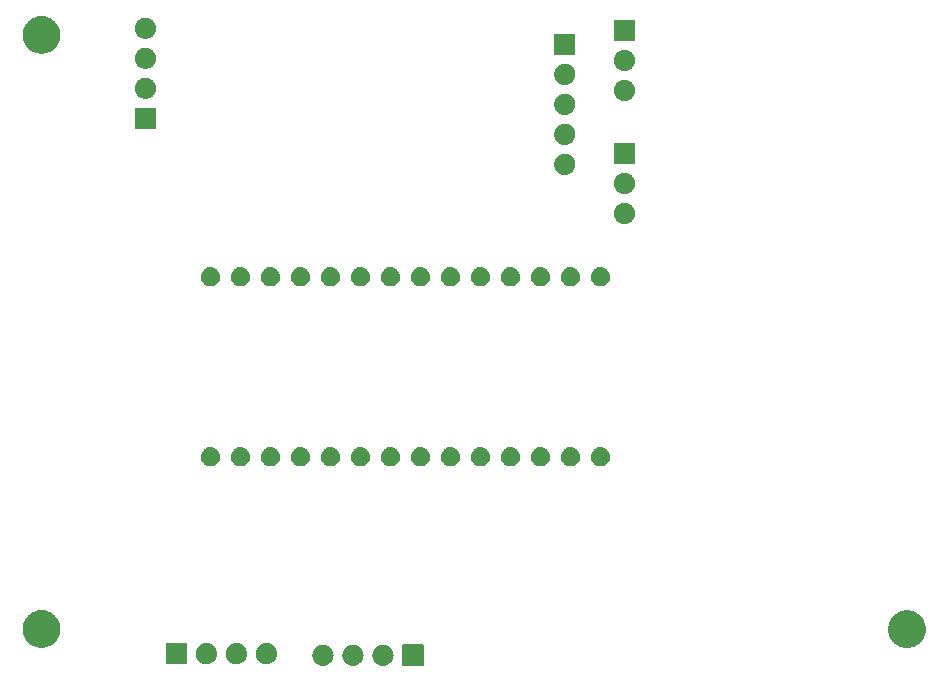
<source format=gbr>
%TF.GenerationSoftware,KiCad,Pcbnew,7.0.2-0*%
%TF.CreationDate,2023-08-11T14:32:49-04:00*%
%TF.ProjectId,data_logger,64617461-5f6c-46f6-9767-65722e6b6963,rev?*%
%TF.SameCoordinates,Original*%
%TF.FileFunction,Soldermask,Bot*%
%TF.FilePolarity,Negative*%
%FSLAX46Y46*%
G04 Gerber Fmt 4.6, Leading zero omitted, Abs format (unit mm)*
G04 Created by KiCad (PCBNEW 7.0.2-0) date 2023-08-11 14:32:49*
%MOMM*%
%LPD*%
G01*
G04 APERTURE LIST*
G04 APERTURE END LIST*
G36*
X21061281Y-67288223D02*
G01*
X21119541Y-67288223D01*
X21183206Y-67297818D01*
X21250295Y-67303099D01*
X21304369Y-67316081D01*
X21355953Y-67323856D01*
X21423358Y-67344647D01*
X21494427Y-67361710D01*
X21540380Y-67380744D01*
X21584420Y-67394329D01*
X21653560Y-67427625D01*
X21726385Y-67457790D01*
X21763765Y-67480696D01*
X21799825Y-67498062D01*
X21868416Y-67544827D01*
X21940456Y-67588973D01*
X21969303Y-67613610D01*
X21997362Y-67632741D01*
X22062871Y-67693524D01*
X22131371Y-67752029D01*
X22152173Y-67776385D01*
X22172626Y-67795363D01*
X22232427Y-67870351D01*
X22294427Y-67942944D01*
X22308061Y-67965193D01*
X22321694Y-67982288D01*
X22373105Y-68071336D01*
X22425610Y-68157015D01*
X22433322Y-68175634D01*
X22441233Y-68189336D01*
X22481580Y-68292139D01*
X22521690Y-68388973D01*
X22525006Y-68402788D01*
X22528580Y-68411893D01*
X22555343Y-68529148D01*
X22580301Y-68633105D01*
X22580948Y-68641330D01*
X22581783Y-68644987D01*
X22592665Y-68790208D01*
X22600000Y-68883400D01*
X22592663Y-68976623D01*
X22581783Y-69121812D01*
X22580948Y-69125468D01*
X22580301Y-69133695D01*
X22555338Y-69237670D01*
X22528580Y-69354906D01*
X22525007Y-69364008D01*
X22521690Y-69377827D01*
X22481572Y-69474678D01*
X22441233Y-69577463D01*
X22433323Y-69591162D01*
X22425610Y-69609785D01*
X22373095Y-69695480D01*
X22321694Y-69784511D01*
X22308064Y-69801602D01*
X22294427Y-69823856D01*
X22232415Y-69896462D01*
X22172626Y-69971436D01*
X22152177Y-69990409D01*
X22131371Y-70014771D01*
X22062857Y-70073286D01*
X21997362Y-70134058D01*
X21969309Y-70153184D01*
X21940456Y-70177827D01*
X21868402Y-70221981D01*
X21799825Y-70268737D01*
X21763772Y-70286098D01*
X21726385Y-70309010D01*
X21653546Y-70339180D01*
X21584420Y-70372470D01*
X21540390Y-70386051D01*
X21494427Y-70405090D01*
X21423344Y-70422155D01*
X21355953Y-70442943D01*
X21304377Y-70450716D01*
X21250295Y-70463701D01*
X21183202Y-70468981D01*
X21119541Y-70478577D01*
X21061281Y-70478577D01*
X21000000Y-70483400D01*
X20938719Y-70478577D01*
X20880459Y-70478577D01*
X20816796Y-70468981D01*
X20749705Y-70463701D01*
X20695623Y-70450717D01*
X20644046Y-70442943D01*
X20576651Y-70422154D01*
X20505573Y-70405090D01*
X20459612Y-70386052D01*
X20415579Y-70372470D01*
X20346449Y-70339178D01*
X20273615Y-70309010D01*
X20236227Y-70286099D01*
X20200175Y-70268737D01*
X20131594Y-70221979D01*
X20059544Y-70177827D01*
X20030694Y-70153187D01*
X20002637Y-70134058D01*
X19937129Y-70073275D01*
X19868629Y-70014771D01*
X19847826Y-69990413D01*
X19827373Y-69971436D01*
X19767569Y-69896445D01*
X19705573Y-69823856D01*
X19691939Y-69801607D01*
X19678305Y-69784511D01*
X19626886Y-69695452D01*
X19574390Y-69609785D01*
X19566678Y-69591168D01*
X19558766Y-69577463D01*
X19518408Y-69474632D01*
X19478310Y-69377827D01*
X19474994Y-69364015D01*
X19471419Y-69354906D01*
X19444641Y-69237586D01*
X19419699Y-69133695D01*
X19419052Y-69125474D01*
X19418216Y-69121812D01*
X19407315Y-68976346D01*
X19400000Y-68883400D01*
X19407314Y-68790461D01*
X19418216Y-68644987D01*
X19419052Y-68641323D01*
X19419699Y-68633105D01*
X19444636Y-68529233D01*
X19471419Y-68411893D01*
X19474994Y-68402782D01*
X19478310Y-68388973D01*
X19518400Y-68292185D01*
X19558766Y-68189336D01*
X19566680Y-68175628D01*
X19574390Y-68157015D01*
X19626876Y-68071364D01*
X19678305Y-67982288D01*
X19691941Y-67965187D01*
X19705573Y-67942944D01*
X19767557Y-67870369D01*
X19827373Y-67795363D01*
X19847830Y-67776381D01*
X19868629Y-67752029D01*
X19937116Y-67693535D01*
X20002637Y-67632741D01*
X20030699Y-67613608D01*
X20059544Y-67588973D01*
X20131579Y-67544829D01*
X20200175Y-67498062D01*
X20236235Y-67480696D01*
X20273615Y-67457790D01*
X20346434Y-67427627D01*
X20415579Y-67394329D01*
X20459622Y-67380743D01*
X20505573Y-67361710D01*
X20576636Y-67344649D01*
X20644046Y-67323856D01*
X20695632Y-67316080D01*
X20749705Y-67303099D01*
X20816792Y-67297818D01*
X20880459Y-67288223D01*
X20938719Y-67288223D01*
X21000000Y-67283400D01*
X21061281Y-67288223D01*
G37*
G36*
X33288117Y-70082282D02*
G01*
X33304662Y-70093338D01*
X33315718Y-70109883D01*
X33319600Y-70129400D01*
X33319600Y-71829400D01*
X33315718Y-71848917D01*
X33304662Y-71865462D01*
X33288117Y-71876518D01*
X33268600Y-71880400D01*
X31568600Y-71880400D01*
X31549083Y-71876518D01*
X31532538Y-71865462D01*
X31521482Y-71848917D01*
X31517600Y-71829400D01*
X31517600Y-70129400D01*
X31521482Y-70109883D01*
X31532538Y-70093338D01*
X31549083Y-70082282D01*
X31568600Y-70078400D01*
X33268600Y-70078400D01*
X33288117Y-70082282D01*
G37*
G36*
X40082583Y-70083336D02*
G01*
X40132780Y-70083336D01*
X40176124Y-70092549D01*
X40214259Y-70096305D01*
X40262166Y-70110837D01*
X40317024Y-70122498D01*
X40352130Y-70138128D01*
X40383166Y-70147543D01*
X40432484Y-70173904D01*
X40489100Y-70199111D01*
X40515422Y-70218235D01*
X40538832Y-70230748D01*
X40586588Y-70269940D01*
X40641487Y-70309827D01*
X40659311Y-70329623D01*
X40675275Y-70342724D01*
X40718172Y-70394994D01*
X40767524Y-70449805D01*
X40777892Y-70467763D01*
X40787251Y-70479167D01*
X40821873Y-70543942D01*
X40861704Y-70612930D01*
X40866285Y-70627030D01*
X40870456Y-70634833D01*
X40893452Y-70710642D01*
X40919911Y-70792072D01*
X40920842Y-70800932D01*
X40921694Y-70803740D01*
X40929985Y-70887920D01*
X40939600Y-70979400D01*
X40929982Y-71070901D01*
X40921694Y-71155059D01*
X40920842Y-71157866D01*
X40919911Y-71166728D01*
X40893448Y-71248171D01*
X40870456Y-71323966D01*
X40866286Y-71331766D01*
X40861704Y-71345870D01*
X40821866Y-71414870D01*
X40787251Y-71479632D01*
X40777894Y-71491033D01*
X40767524Y-71508995D01*
X40718163Y-71563815D01*
X40675275Y-71616075D01*
X40659314Y-71629173D01*
X40641487Y-71648973D01*
X40586577Y-71688867D01*
X40538832Y-71728051D01*
X40515427Y-71740561D01*
X40489100Y-71759689D01*
X40432473Y-71784900D01*
X40383166Y-71811256D01*
X40352137Y-71820668D01*
X40317024Y-71836302D01*
X40262155Y-71847964D01*
X40214259Y-71862494D01*
X40176133Y-71866249D01*
X40132780Y-71875464D01*
X40082572Y-71875464D01*
X40038599Y-71879795D01*
X39994626Y-71875464D01*
X39944420Y-71875464D01*
X39901067Y-71866249D01*
X39862940Y-71862494D01*
X39815041Y-71847963D01*
X39760176Y-71836302D01*
X39725064Y-71820669D01*
X39694033Y-71811256D01*
X39644720Y-71784898D01*
X39588100Y-71759689D01*
X39561775Y-71740563D01*
X39538367Y-71728051D01*
X39490613Y-71688860D01*
X39435713Y-71648973D01*
X39417887Y-71629176D01*
X39401924Y-71616075D01*
X39359025Y-71563802D01*
X39309676Y-71508995D01*
X39299308Y-71491037D01*
X39289948Y-71479632D01*
X39255319Y-71414847D01*
X39215496Y-71345870D01*
X39210915Y-71331771D01*
X39206743Y-71323966D01*
X39183736Y-71248125D01*
X39157289Y-71166728D01*
X39156358Y-71157871D01*
X39155505Y-71155059D01*
X39147201Y-71070749D01*
X39137600Y-70979400D01*
X39147198Y-70888072D01*
X39155505Y-70803740D01*
X39156358Y-70800927D01*
X39157289Y-70792072D01*
X39183732Y-70710688D01*
X39206743Y-70634833D01*
X39210915Y-70627026D01*
X39215496Y-70612930D01*
X39255312Y-70543965D01*
X39289948Y-70479167D01*
X39299310Y-70467759D01*
X39309676Y-70449805D01*
X39359016Y-70395007D01*
X39401924Y-70342724D01*
X39417891Y-70329619D01*
X39435713Y-70309827D01*
X39490602Y-70269946D01*
X39538367Y-70230748D01*
X39561780Y-70218233D01*
X39588100Y-70199111D01*
X39644709Y-70173906D01*
X39694033Y-70147543D01*
X39725071Y-70138127D01*
X39760176Y-70122498D01*
X39815030Y-70110838D01*
X39862940Y-70096305D01*
X39901076Y-70092548D01*
X39944420Y-70083336D01*
X39994616Y-70083336D01*
X40038599Y-70079004D01*
X40082583Y-70083336D01*
G37*
G36*
X53321117Y-70209282D02*
G01*
X53337662Y-70220338D01*
X53348718Y-70236883D01*
X53352600Y-70256400D01*
X53352600Y-71956400D01*
X53348718Y-71975917D01*
X53337662Y-71992462D01*
X53321117Y-72003518D01*
X53301600Y-72007400D01*
X51601600Y-72007400D01*
X51582083Y-72003518D01*
X51565538Y-71992462D01*
X51554482Y-71975917D01*
X51550600Y-71956400D01*
X51550600Y-70256400D01*
X51554482Y-70236883D01*
X51565538Y-70220338D01*
X51582083Y-70209282D01*
X51601600Y-70205400D01*
X53301600Y-70205400D01*
X53321117Y-70209282D01*
G37*
G36*
X44875583Y-70210336D02*
G01*
X44925780Y-70210336D01*
X44969124Y-70219549D01*
X45007259Y-70223305D01*
X45055166Y-70237837D01*
X45110024Y-70249498D01*
X45145130Y-70265128D01*
X45176166Y-70274543D01*
X45225484Y-70300904D01*
X45282100Y-70326111D01*
X45308422Y-70345235D01*
X45331832Y-70357748D01*
X45379588Y-70396940D01*
X45434487Y-70436827D01*
X45452311Y-70456623D01*
X45468275Y-70469724D01*
X45511172Y-70521994D01*
X45560524Y-70576805D01*
X45570892Y-70594763D01*
X45580251Y-70606167D01*
X45614873Y-70670942D01*
X45654704Y-70739930D01*
X45659285Y-70754030D01*
X45663456Y-70761833D01*
X45686452Y-70837642D01*
X45712911Y-70919072D01*
X45713842Y-70927932D01*
X45714694Y-70930740D01*
X45722984Y-71014913D01*
X45732600Y-71106400D01*
X45722983Y-71197894D01*
X45714694Y-71282059D01*
X45713842Y-71284866D01*
X45712911Y-71293728D01*
X45686448Y-71375171D01*
X45663456Y-71450966D01*
X45659286Y-71458766D01*
X45654704Y-71472870D01*
X45614866Y-71541870D01*
X45580251Y-71606632D01*
X45570894Y-71618033D01*
X45560524Y-71635995D01*
X45511163Y-71690815D01*
X45468275Y-71743075D01*
X45452314Y-71756173D01*
X45434487Y-71775973D01*
X45379577Y-71815867D01*
X45331832Y-71855051D01*
X45308427Y-71867561D01*
X45282100Y-71886689D01*
X45225473Y-71911900D01*
X45176166Y-71938256D01*
X45145137Y-71947668D01*
X45110024Y-71963302D01*
X45055155Y-71974964D01*
X45007259Y-71989494D01*
X44969132Y-71993249D01*
X44925780Y-72002464D01*
X44875573Y-72002464D01*
X44831600Y-72006795D01*
X44787627Y-72002464D01*
X44737420Y-72002464D01*
X44694067Y-71993249D01*
X44655940Y-71989494D01*
X44608041Y-71974963D01*
X44553176Y-71963302D01*
X44518064Y-71947669D01*
X44487033Y-71938256D01*
X44437720Y-71911898D01*
X44381100Y-71886689D01*
X44354775Y-71867563D01*
X44331367Y-71855051D01*
X44283613Y-71815860D01*
X44228713Y-71775973D01*
X44210887Y-71756176D01*
X44194924Y-71743075D01*
X44152025Y-71690802D01*
X44102676Y-71635995D01*
X44092308Y-71618037D01*
X44082948Y-71606632D01*
X44048319Y-71541847D01*
X44008496Y-71472870D01*
X44003915Y-71458771D01*
X43999743Y-71450966D01*
X43976736Y-71375125D01*
X43950289Y-71293728D01*
X43949358Y-71284871D01*
X43948505Y-71282059D01*
X43940200Y-71197742D01*
X43930600Y-71106400D01*
X43940199Y-71015064D01*
X43948505Y-70930740D01*
X43949358Y-70927927D01*
X43950289Y-70919072D01*
X43976732Y-70837688D01*
X43999743Y-70761833D01*
X44003915Y-70754026D01*
X44008496Y-70739930D01*
X44048312Y-70670965D01*
X44082948Y-70606167D01*
X44092310Y-70594759D01*
X44102676Y-70576805D01*
X44152016Y-70522007D01*
X44194924Y-70469724D01*
X44210891Y-70456619D01*
X44228713Y-70436827D01*
X44283602Y-70396946D01*
X44331367Y-70357748D01*
X44354780Y-70345233D01*
X44381100Y-70326111D01*
X44437709Y-70300906D01*
X44487033Y-70274543D01*
X44518071Y-70265127D01*
X44553176Y-70249498D01*
X44608030Y-70237838D01*
X44655940Y-70223305D01*
X44694076Y-70219548D01*
X44737420Y-70210336D01*
X44787616Y-70210336D01*
X44831600Y-70206004D01*
X44875583Y-70210336D01*
G37*
G36*
X47415583Y-70210336D02*
G01*
X47465780Y-70210336D01*
X47509124Y-70219549D01*
X47547259Y-70223305D01*
X47595166Y-70237837D01*
X47650024Y-70249498D01*
X47685130Y-70265128D01*
X47716166Y-70274543D01*
X47765484Y-70300904D01*
X47822100Y-70326111D01*
X47848422Y-70345235D01*
X47871832Y-70357748D01*
X47919588Y-70396940D01*
X47974487Y-70436827D01*
X47992311Y-70456623D01*
X48008275Y-70469724D01*
X48051172Y-70521994D01*
X48100524Y-70576805D01*
X48110892Y-70594763D01*
X48120251Y-70606167D01*
X48154873Y-70670942D01*
X48194704Y-70739930D01*
X48199285Y-70754030D01*
X48203456Y-70761833D01*
X48226452Y-70837642D01*
X48252911Y-70919072D01*
X48253842Y-70927932D01*
X48254694Y-70930740D01*
X48262984Y-71014913D01*
X48272600Y-71106400D01*
X48262983Y-71197894D01*
X48254694Y-71282059D01*
X48253842Y-71284866D01*
X48252911Y-71293728D01*
X48226448Y-71375171D01*
X48203456Y-71450966D01*
X48199286Y-71458766D01*
X48194704Y-71472870D01*
X48154866Y-71541870D01*
X48120251Y-71606632D01*
X48110894Y-71618033D01*
X48100524Y-71635995D01*
X48051163Y-71690815D01*
X48008275Y-71743075D01*
X47992314Y-71756173D01*
X47974487Y-71775973D01*
X47919577Y-71815867D01*
X47871832Y-71855051D01*
X47848427Y-71867561D01*
X47822100Y-71886689D01*
X47765473Y-71911900D01*
X47716166Y-71938256D01*
X47685137Y-71947668D01*
X47650024Y-71963302D01*
X47595155Y-71974964D01*
X47547259Y-71989494D01*
X47509133Y-71993249D01*
X47465780Y-72002464D01*
X47415572Y-72002464D01*
X47371599Y-72006795D01*
X47327626Y-72002464D01*
X47277420Y-72002464D01*
X47234067Y-71993249D01*
X47195940Y-71989494D01*
X47148041Y-71974963D01*
X47093176Y-71963302D01*
X47058064Y-71947669D01*
X47027033Y-71938256D01*
X46977720Y-71911898D01*
X46921100Y-71886689D01*
X46894775Y-71867563D01*
X46871367Y-71855051D01*
X46823613Y-71815860D01*
X46768713Y-71775973D01*
X46750887Y-71756176D01*
X46734924Y-71743075D01*
X46692025Y-71690802D01*
X46642676Y-71635995D01*
X46632308Y-71618037D01*
X46622948Y-71606632D01*
X46588319Y-71541847D01*
X46548496Y-71472870D01*
X46543915Y-71458771D01*
X46539743Y-71450966D01*
X46516736Y-71375125D01*
X46490289Y-71293728D01*
X46489358Y-71284871D01*
X46488505Y-71282059D01*
X46480200Y-71197742D01*
X46470600Y-71106400D01*
X46480199Y-71015064D01*
X46488505Y-70930740D01*
X46489358Y-70927927D01*
X46490289Y-70919072D01*
X46516732Y-70837688D01*
X46539743Y-70761833D01*
X46543915Y-70754026D01*
X46548496Y-70739930D01*
X46588312Y-70670965D01*
X46622948Y-70606167D01*
X46632310Y-70594759D01*
X46642676Y-70576805D01*
X46692016Y-70522007D01*
X46734924Y-70469724D01*
X46750891Y-70456619D01*
X46768713Y-70436827D01*
X46823602Y-70396946D01*
X46871367Y-70357748D01*
X46894780Y-70345233D01*
X46921100Y-70326111D01*
X46977709Y-70300906D01*
X47027033Y-70274543D01*
X47058071Y-70265127D01*
X47093176Y-70249498D01*
X47148030Y-70237838D01*
X47195940Y-70223305D01*
X47234076Y-70219548D01*
X47277420Y-70210336D01*
X47327616Y-70210336D01*
X47371599Y-70206004D01*
X47415583Y-70210336D01*
G37*
G36*
X49955583Y-70210336D02*
G01*
X50005780Y-70210336D01*
X50049124Y-70219549D01*
X50087259Y-70223305D01*
X50135166Y-70237837D01*
X50190024Y-70249498D01*
X50225130Y-70265128D01*
X50256166Y-70274543D01*
X50305484Y-70300904D01*
X50362100Y-70326111D01*
X50388422Y-70345235D01*
X50411832Y-70357748D01*
X50459588Y-70396940D01*
X50514487Y-70436827D01*
X50532311Y-70456623D01*
X50548275Y-70469724D01*
X50591172Y-70521994D01*
X50640524Y-70576805D01*
X50650892Y-70594763D01*
X50660251Y-70606167D01*
X50694873Y-70670942D01*
X50734704Y-70739930D01*
X50739285Y-70754030D01*
X50743456Y-70761833D01*
X50766452Y-70837642D01*
X50792911Y-70919072D01*
X50793842Y-70927932D01*
X50794694Y-70930740D01*
X50802984Y-71014913D01*
X50812600Y-71106400D01*
X50802983Y-71197894D01*
X50794694Y-71282059D01*
X50793842Y-71284866D01*
X50792911Y-71293728D01*
X50766448Y-71375171D01*
X50743456Y-71450966D01*
X50739286Y-71458766D01*
X50734704Y-71472870D01*
X50694866Y-71541870D01*
X50660251Y-71606632D01*
X50650894Y-71618033D01*
X50640524Y-71635995D01*
X50591163Y-71690815D01*
X50548275Y-71743075D01*
X50532314Y-71756173D01*
X50514487Y-71775973D01*
X50459577Y-71815867D01*
X50411832Y-71855051D01*
X50388427Y-71867561D01*
X50362100Y-71886689D01*
X50305473Y-71911900D01*
X50256166Y-71938256D01*
X50225137Y-71947668D01*
X50190024Y-71963302D01*
X50135155Y-71974964D01*
X50087259Y-71989494D01*
X50049132Y-71993249D01*
X50005780Y-72002464D01*
X49955573Y-72002464D01*
X49911600Y-72006795D01*
X49867627Y-72002464D01*
X49817420Y-72002464D01*
X49774067Y-71993249D01*
X49735940Y-71989494D01*
X49688041Y-71974963D01*
X49633176Y-71963302D01*
X49598064Y-71947669D01*
X49567033Y-71938256D01*
X49517720Y-71911898D01*
X49461100Y-71886689D01*
X49434775Y-71867563D01*
X49411367Y-71855051D01*
X49363613Y-71815860D01*
X49308713Y-71775973D01*
X49290887Y-71756176D01*
X49274924Y-71743075D01*
X49232025Y-71690802D01*
X49182676Y-71635995D01*
X49172308Y-71618037D01*
X49162948Y-71606632D01*
X49128319Y-71541847D01*
X49088496Y-71472870D01*
X49083915Y-71458771D01*
X49079743Y-71450966D01*
X49056736Y-71375125D01*
X49030289Y-71293728D01*
X49029358Y-71284871D01*
X49028505Y-71282059D01*
X49020200Y-71197742D01*
X49010600Y-71106400D01*
X49020199Y-71015064D01*
X49028505Y-70930740D01*
X49029358Y-70927927D01*
X49030289Y-70919072D01*
X49056732Y-70837688D01*
X49079743Y-70761833D01*
X49083915Y-70754026D01*
X49088496Y-70739930D01*
X49128312Y-70670965D01*
X49162948Y-70606167D01*
X49172310Y-70594759D01*
X49182676Y-70576805D01*
X49232016Y-70522007D01*
X49274924Y-70469724D01*
X49290891Y-70456619D01*
X49308713Y-70436827D01*
X49363602Y-70396946D01*
X49411367Y-70357748D01*
X49434780Y-70345233D01*
X49461100Y-70326111D01*
X49517709Y-70300906D01*
X49567033Y-70274543D01*
X49598071Y-70265127D01*
X49633176Y-70249498D01*
X49688030Y-70237838D01*
X49735940Y-70223305D01*
X49774076Y-70219548D01*
X49817420Y-70210336D01*
X49867616Y-70210336D01*
X49911600Y-70206004D01*
X49955583Y-70210336D01*
G37*
G36*
X35002583Y-70083336D02*
G01*
X35052780Y-70083336D01*
X35096124Y-70092549D01*
X35134259Y-70096305D01*
X35182166Y-70110837D01*
X35237024Y-70122498D01*
X35272130Y-70138128D01*
X35303166Y-70147543D01*
X35352484Y-70173904D01*
X35409100Y-70199111D01*
X35435422Y-70218235D01*
X35458832Y-70230748D01*
X35506588Y-70269940D01*
X35561487Y-70309827D01*
X35579311Y-70329623D01*
X35595275Y-70342724D01*
X35638172Y-70394994D01*
X35687524Y-70449805D01*
X35697892Y-70467763D01*
X35707251Y-70479167D01*
X35741873Y-70543942D01*
X35781704Y-70612930D01*
X35786285Y-70627030D01*
X35790456Y-70634833D01*
X35813452Y-70710642D01*
X35839911Y-70792072D01*
X35840842Y-70800932D01*
X35841694Y-70803740D01*
X35849985Y-70887920D01*
X35859600Y-70979400D01*
X35849982Y-71070901D01*
X35841694Y-71155059D01*
X35840842Y-71157866D01*
X35839911Y-71166728D01*
X35813448Y-71248171D01*
X35790456Y-71323966D01*
X35786286Y-71331766D01*
X35781704Y-71345870D01*
X35741866Y-71414870D01*
X35707251Y-71479632D01*
X35697894Y-71491033D01*
X35687524Y-71508995D01*
X35638163Y-71563815D01*
X35595275Y-71616075D01*
X35579314Y-71629173D01*
X35561487Y-71648973D01*
X35506577Y-71688867D01*
X35458832Y-71728051D01*
X35435427Y-71740561D01*
X35409100Y-71759689D01*
X35352473Y-71784900D01*
X35303166Y-71811256D01*
X35272137Y-71820668D01*
X35237024Y-71836302D01*
X35182155Y-71847964D01*
X35134259Y-71862494D01*
X35096133Y-71866249D01*
X35052780Y-71875464D01*
X35002572Y-71875464D01*
X34958599Y-71879795D01*
X34914626Y-71875464D01*
X34864420Y-71875464D01*
X34821067Y-71866249D01*
X34782940Y-71862494D01*
X34735041Y-71847963D01*
X34680176Y-71836302D01*
X34645064Y-71820669D01*
X34614033Y-71811256D01*
X34564720Y-71784898D01*
X34508100Y-71759689D01*
X34481775Y-71740563D01*
X34458367Y-71728051D01*
X34410613Y-71688860D01*
X34355713Y-71648973D01*
X34337887Y-71629176D01*
X34321924Y-71616075D01*
X34279025Y-71563802D01*
X34229676Y-71508995D01*
X34219308Y-71491037D01*
X34209948Y-71479632D01*
X34175319Y-71414847D01*
X34135496Y-71345870D01*
X34130915Y-71331771D01*
X34126743Y-71323966D01*
X34103736Y-71248125D01*
X34077289Y-71166728D01*
X34076358Y-71157871D01*
X34075505Y-71155059D01*
X34067201Y-71070749D01*
X34057600Y-70979400D01*
X34067198Y-70888072D01*
X34075505Y-70803740D01*
X34076358Y-70800927D01*
X34077289Y-70792072D01*
X34103732Y-70710688D01*
X34126743Y-70634833D01*
X34130915Y-70627026D01*
X34135496Y-70612930D01*
X34175312Y-70543965D01*
X34209948Y-70479167D01*
X34219310Y-70467759D01*
X34229676Y-70449805D01*
X34279016Y-70395007D01*
X34321924Y-70342724D01*
X34337891Y-70329619D01*
X34355713Y-70309827D01*
X34410602Y-70269946D01*
X34458367Y-70230748D01*
X34481780Y-70218233D01*
X34508100Y-70199111D01*
X34564709Y-70173906D01*
X34614033Y-70147543D01*
X34645071Y-70138127D01*
X34680176Y-70122498D01*
X34735030Y-70110838D01*
X34782940Y-70096305D01*
X34821076Y-70092548D01*
X34864420Y-70083336D01*
X34914616Y-70083336D01*
X34958600Y-70079004D01*
X35002583Y-70083336D01*
G37*
G36*
X37542583Y-70083336D02*
G01*
X37592780Y-70083336D01*
X37636124Y-70092549D01*
X37674259Y-70096305D01*
X37722166Y-70110837D01*
X37777024Y-70122498D01*
X37812130Y-70138128D01*
X37843166Y-70147543D01*
X37892484Y-70173904D01*
X37949100Y-70199111D01*
X37975422Y-70218235D01*
X37998832Y-70230748D01*
X38046588Y-70269940D01*
X38101487Y-70309827D01*
X38119311Y-70329623D01*
X38135275Y-70342724D01*
X38178172Y-70394994D01*
X38227524Y-70449805D01*
X38237892Y-70467763D01*
X38247251Y-70479167D01*
X38281873Y-70543942D01*
X38321704Y-70612930D01*
X38326285Y-70627030D01*
X38330456Y-70634833D01*
X38353452Y-70710642D01*
X38379911Y-70792072D01*
X38380842Y-70800932D01*
X38381694Y-70803740D01*
X38389985Y-70887920D01*
X38399600Y-70979400D01*
X38389982Y-71070901D01*
X38381694Y-71155059D01*
X38380842Y-71157866D01*
X38379911Y-71166728D01*
X38353448Y-71248171D01*
X38330456Y-71323966D01*
X38326286Y-71331766D01*
X38321704Y-71345870D01*
X38281866Y-71414870D01*
X38247251Y-71479632D01*
X38237894Y-71491033D01*
X38227524Y-71508995D01*
X38178163Y-71563815D01*
X38135275Y-71616075D01*
X38119314Y-71629173D01*
X38101487Y-71648973D01*
X38046577Y-71688867D01*
X37998832Y-71728051D01*
X37975427Y-71740561D01*
X37949100Y-71759689D01*
X37892473Y-71784900D01*
X37843166Y-71811256D01*
X37812137Y-71820668D01*
X37777024Y-71836302D01*
X37722155Y-71847964D01*
X37674259Y-71862494D01*
X37636133Y-71866249D01*
X37592780Y-71875464D01*
X37542572Y-71875464D01*
X37498599Y-71879795D01*
X37454626Y-71875464D01*
X37404420Y-71875464D01*
X37361067Y-71866249D01*
X37322940Y-71862494D01*
X37275041Y-71847963D01*
X37220176Y-71836302D01*
X37185064Y-71820669D01*
X37154033Y-71811256D01*
X37104720Y-71784898D01*
X37048100Y-71759689D01*
X37021775Y-71740563D01*
X36998367Y-71728051D01*
X36950613Y-71688860D01*
X36895713Y-71648973D01*
X36877887Y-71629176D01*
X36861924Y-71616075D01*
X36819025Y-71563802D01*
X36769676Y-71508995D01*
X36759308Y-71491037D01*
X36749948Y-71479632D01*
X36715319Y-71414847D01*
X36675496Y-71345870D01*
X36670915Y-71331771D01*
X36666743Y-71323966D01*
X36643736Y-71248125D01*
X36617289Y-71166728D01*
X36616358Y-71157871D01*
X36615505Y-71155059D01*
X36607200Y-71070742D01*
X36597600Y-70979400D01*
X36607199Y-70888064D01*
X36615505Y-70803740D01*
X36616358Y-70800927D01*
X36617289Y-70792072D01*
X36643732Y-70710688D01*
X36666743Y-70634833D01*
X36670915Y-70627026D01*
X36675496Y-70612930D01*
X36715312Y-70543965D01*
X36749948Y-70479167D01*
X36759310Y-70467759D01*
X36769676Y-70449805D01*
X36819016Y-70395007D01*
X36861924Y-70342724D01*
X36877891Y-70329619D01*
X36895713Y-70309827D01*
X36950602Y-70269946D01*
X36998367Y-70230748D01*
X37021780Y-70218233D01*
X37048100Y-70199111D01*
X37104709Y-70173906D01*
X37154033Y-70147543D01*
X37185071Y-70138127D01*
X37220176Y-70122498D01*
X37275030Y-70110838D01*
X37322940Y-70096305D01*
X37361076Y-70092548D01*
X37404420Y-70083336D01*
X37454616Y-70083336D01*
X37498599Y-70079004D01*
X37542583Y-70083336D01*
G37*
G36*
X94337881Y-67304223D02*
G01*
X94396141Y-67304223D01*
X94459806Y-67313818D01*
X94526895Y-67319099D01*
X94580969Y-67332081D01*
X94632553Y-67339856D01*
X94699958Y-67360647D01*
X94771027Y-67377710D01*
X94816980Y-67396744D01*
X94861020Y-67410329D01*
X94930160Y-67443625D01*
X95002985Y-67473790D01*
X95040365Y-67496696D01*
X95076425Y-67514062D01*
X95145016Y-67560827D01*
X95217056Y-67604973D01*
X95245903Y-67629610D01*
X95273962Y-67648741D01*
X95339471Y-67709524D01*
X95407971Y-67768029D01*
X95428773Y-67792385D01*
X95449226Y-67811363D01*
X95509027Y-67886351D01*
X95571027Y-67958944D01*
X95584661Y-67981193D01*
X95598294Y-67998288D01*
X95649705Y-68087336D01*
X95702210Y-68173015D01*
X95709922Y-68191634D01*
X95717833Y-68205336D01*
X95758180Y-68308139D01*
X95798290Y-68404973D01*
X95801606Y-68418788D01*
X95805180Y-68427893D01*
X95831943Y-68545148D01*
X95856901Y-68649105D01*
X95857548Y-68657330D01*
X95858383Y-68660987D01*
X95869265Y-68806208D01*
X95876600Y-68899400D01*
X95869263Y-68992623D01*
X95858383Y-69137812D01*
X95857548Y-69141468D01*
X95856901Y-69149695D01*
X95831938Y-69253670D01*
X95805180Y-69370906D01*
X95801607Y-69380008D01*
X95798290Y-69393827D01*
X95758172Y-69490678D01*
X95717833Y-69593463D01*
X95709923Y-69607162D01*
X95702210Y-69625785D01*
X95649695Y-69711480D01*
X95598294Y-69800511D01*
X95584664Y-69817602D01*
X95571027Y-69839856D01*
X95509015Y-69912462D01*
X95449226Y-69987436D01*
X95428777Y-70006409D01*
X95407971Y-70030771D01*
X95339457Y-70089286D01*
X95273962Y-70150058D01*
X95245909Y-70169184D01*
X95217056Y-70193827D01*
X95145002Y-70237981D01*
X95076425Y-70284737D01*
X95040372Y-70302098D01*
X95002985Y-70325010D01*
X94930146Y-70355180D01*
X94861020Y-70388470D01*
X94816990Y-70402051D01*
X94771027Y-70421090D01*
X94699944Y-70438155D01*
X94632553Y-70458943D01*
X94580977Y-70466716D01*
X94526895Y-70479701D01*
X94459802Y-70484981D01*
X94396141Y-70494577D01*
X94337881Y-70494577D01*
X94276600Y-70499400D01*
X94215319Y-70494577D01*
X94157059Y-70494577D01*
X94093396Y-70484981D01*
X94026305Y-70479701D01*
X93972223Y-70466717D01*
X93920646Y-70458943D01*
X93853251Y-70438154D01*
X93782173Y-70421090D01*
X93736212Y-70402052D01*
X93692179Y-70388470D01*
X93623049Y-70355178D01*
X93550215Y-70325010D01*
X93512827Y-70302099D01*
X93476775Y-70284737D01*
X93408194Y-70237979D01*
X93336144Y-70193827D01*
X93307294Y-70169187D01*
X93279237Y-70150058D01*
X93213729Y-70089275D01*
X93145229Y-70030771D01*
X93124426Y-70006413D01*
X93103973Y-69987436D01*
X93044169Y-69912445D01*
X92982173Y-69839856D01*
X92968539Y-69817607D01*
X92954905Y-69800511D01*
X92903486Y-69711452D01*
X92850990Y-69625785D01*
X92843278Y-69607168D01*
X92835366Y-69593463D01*
X92795008Y-69490632D01*
X92754910Y-69393827D01*
X92751594Y-69380015D01*
X92748019Y-69370906D01*
X92721241Y-69253586D01*
X92696299Y-69149695D01*
X92695652Y-69141474D01*
X92694816Y-69137812D01*
X92683916Y-68992358D01*
X92676600Y-68899400D01*
X92683913Y-68806473D01*
X92694816Y-68660987D01*
X92695652Y-68657323D01*
X92696299Y-68649105D01*
X92721236Y-68545233D01*
X92748019Y-68427893D01*
X92751594Y-68418782D01*
X92754910Y-68404973D01*
X92795000Y-68308185D01*
X92835366Y-68205336D01*
X92843280Y-68191628D01*
X92850990Y-68173015D01*
X92903476Y-68087364D01*
X92954905Y-67998288D01*
X92968541Y-67981187D01*
X92982173Y-67958944D01*
X93044157Y-67886369D01*
X93103973Y-67811363D01*
X93124430Y-67792381D01*
X93145229Y-67768029D01*
X93213716Y-67709535D01*
X93279237Y-67648741D01*
X93307299Y-67629608D01*
X93336144Y-67604973D01*
X93408179Y-67560829D01*
X93476775Y-67514062D01*
X93512835Y-67496696D01*
X93550215Y-67473790D01*
X93623034Y-67443627D01*
X93692179Y-67410329D01*
X93736222Y-67396743D01*
X93782173Y-67377710D01*
X93853236Y-67360649D01*
X93920646Y-67339856D01*
X93972232Y-67332080D01*
X94026305Y-67319099D01*
X94093392Y-67313818D01*
X94157059Y-67304223D01*
X94215319Y-67304223D01*
X94276600Y-67299400D01*
X94337881Y-67304223D01*
G37*
G36*
X35352351Y-53492955D02*
G01*
X35391825Y-53492955D01*
X35436354Y-53502419D01*
X35488177Y-53508259D01*
X35525860Y-53521445D01*
X35558544Y-53528392D01*
X35605642Y-53549361D01*
X35660649Y-53568609D01*
X35689281Y-53586600D01*
X35714255Y-53597719D01*
X35760828Y-53631556D01*
X35815368Y-53665826D01*
X35834951Y-53685409D01*
X35852149Y-53697904D01*
X35894661Y-53745119D01*
X35944574Y-53795032D01*
X35956056Y-53813306D01*
X35966200Y-53824572D01*
X36000895Y-53884667D01*
X36041791Y-53949751D01*
X36046897Y-53964344D01*
X36051423Y-53972183D01*
X36074608Y-54043537D01*
X36102141Y-54122223D01*
X36103184Y-54131485D01*
X36104095Y-54134287D01*
X36112348Y-54212817D01*
X36122600Y-54303800D01*
X36112347Y-54394790D01*
X36104095Y-54473312D01*
X36103184Y-54476113D01*
X36102141Y-54485377D01*
X36074603Y-54564075D01*
X36051423Y-54635416D01*
X36046898Y-54643253D01*
X36041791Y-54657849D01*
X36000888Y-54722944D01*
X35966200Y-54783027D01*
X35956058Y-54794289D01*
X35944574Y-54812568D01*
X35894652Y-54862489D01*
X35852149Y-54909695D01*
X35834954Y-54922187D01*
X35815368Y-54941774D01*
X35760818Y-54976050D01*
X35714255Y-55009880D01*
X35689286Y-55020996D01*
X35660649Y-55038991D01*
X35605631Y-55058242D01*
X35558544Y-55079207D01*
X35525866Y-55086152D01*
X35488177Y-55099341D01*
X35436351Y-55105180D01*
X35391825Y-55114645D01*
X35352351Y-55114645D01*
X35306600Y-55119800D01*
X35260849Y-55114645D01*
X35221375Y-55114645D01*
X35176847Y-55105180D01*
X35125023Y-55099341D01*
X35087334Y-55086153D01*
X35054655Y-55079207D01*
X35007563Y-55058240D01*
X34952551Y-55038991D01*
X34923915Y-55020998D01*
X34898944Y-55009880D01*
X34852374Y-54976045D01*
X34797832Y-54941774D01*
X34778247Y-54922189D01*
X34761050Y-54909695D01*
X34718537Y-54862479D01*
X34668626Y-54812568D01*
X34657143Y-54794293D01*
X34646999Y-54783027D01*
X34612298Y-54722924D01*
X34571409Y-54657849D01*
X34566303Y-54643257D01*
X34561776Y-54635416D01*
X34538582Y-54564035D01*
X34511059Y-54485377D01*
X34510015Y-54476118D01*
X34509104Y-54473312D01*
X34500837Y-54394657D01*
X34490600Y-54303800D01*
X34500836Y-54212949D01*
X34509104Y-54134287D01*
X34510015Y-54131480D01*
X34511059Y-54122223D01*
X34538577Y-54043577D01*
X34561776Y-53972183D01*
X34566304Y-53964340D01*
X34571409Y-53949751D01*
X34612291Y-53884686D01*
X34646999Y-53824572D01*
X34657145Y-53813303D01*
X34668626Y-53795032D01*
X34718527Y-53745130D01*
X34761049Y-53697905D01*
X34778250Y-53685407D01*
X34797832Y-53665826D01*
X34852368Y-53631558D01*
X34898946Y-53597718D01*
X34923921Y-53586598D01*
X34952551Y-53568609D01*
X35007552Y-53549363D01*
X35054655Y-53528392D01*
X35087340Y-53521444D01*
X35125023Y-53508259D01*
X35176845Y-53502419D01*
X35221375Y-53492955D01*
X35260849Y-53492955D01*
X35306600Y-53487800D01*
X35352351Y-53492955D01*
G37*
G36*
X37892351Y-53492955D02*
G01*
X37931825Y-53492955D01*
X37976354Y-53502419D01*
X38028177Y-53508259D01*
X38065860Y-53521445D01*
X38098544Y-53528392D01*
X38145642Y-53549361D01*
X38200649Y-53568609D01*
X38229281Y-53586600D01*
X38254255Y-53597719D01*
X38300828Y-53631556D01*
X38355368Y-53665826D01*
X38374951Y-53685409D01*
X38392149Y-53697904D01*
X38434661Y-53745119D01*
X38484574Y-53795032D01*
X38496056Y-53813306D01*
X38506200Y-53824572D01*
X38540895Y-53884667D01*
X38581791Y-53949751D01*
X38586897Y-53964344D01*
X38591423Y-53972183D01*
X38614608Y-54043537D01*
X38642141Y-54122223D01*
X38643184Y-54131485D01*
X38644095Y-54134287D01*
X38652348Y-54212817D01*
X38662600Y-54303800D01*
X38652347Y-54394790D01*
X38644095Y-54473312D01*
X38643184Y-54476113D01*
X38642141Y-54485377D01*
X38614603Y-54564075D01*
X38591423Y-54635416D01*
X38586898Y-54643253D01*
X38581791Y-54657849D01*
X38540888Y-54722944D01*
X38506200Y-54783027D01*
X38496058Y-54794289D01*
X38484574Y-54812568D01*
X38434652Y-54862489D01*
X38392149Y-54909695D01*
X38374954Y-54922187D01*
X38355368Y-54941774D01*
X38300818Y-54976050D01*
X38254255Y-55009880D01*
X38229286Y-55020996D01*
X38200649Y-55038991D01*
X38145631Y-55058242D01*
X38098544Y-55079207D01*
X38065866Y-55086152D01*
X38028177Y-55099341D01*
X37976351Y-55105180D01*
X37931825Y-55114645D01*
X37892351Y-55114645D01*
X37846600Y-55119800D01*
X37800849Y-55114645D01*
X37761375Y-55114645D01*
X37716847Y-55105180D01*
X37665023Y-55099341D01*
X37627334Y-55086153D01*
X37594655Y-55079207D01*
X37547563Y-55058240D01*
X37492551Y-55038991D01*
X37463915Y-55020998D01*
X37438944Y-55009880D01*
X37392374Y-54976045D01*
X37337832Y-54941774D01*
X37318247Y-54922189D01*
X37301050Y-54909695D01*
X37258537Y-54862479D01*
X37208626Y-54812568D01*
X37197143Y-54794293D01*
X37186999Y-54783027D01*
X37152298Y-54722924D01*
X37111409Y-54657849D01*
X37106303Y-54643257D01*
X37101776Y-54635416D01*
X37078582Y-54564035D01*
X37051059Y-54485377D01*
X37050015Y-54476118D01*
X37049104Y-54473312D01*
X37040837Y-54394657D01*
X37030600Y-54303800D01*
X37040836Y-54212949D01*
X37049104Y-54134287D01*
X37050015Y-54131480D01*
X37051059Y-54122223D01*
X37078577Y-54043577D01*
X37101776Y-53972183D01*
X37106304Y-53964340D01*
X37111409Y-53949751D01*
X37152291Y-53884686D01*
X37186999Y-53824572D01*
X37197145Y-53813303D01*
X37208626Y-53795032D01*
X37258527Y-53745130D01*
X37301049Y-53697905D01*
X37318250Y-53685407D01*
X37337832Y-53665826D01*
X37392368Y-53631558D01*
X37438946Y-53597718D01*
X37463921Y-53586598D01*
X37492551Y-53568609D01*
X37547552Y-53549363D01*
X37594655Y-53528392D01*
X37627340Y-53521444D01*
X37665023Y-53508259D01*
X37716845Y-53502419D01*
X37761375Y-53492955D01*
X37800849Y-53492955D01*
X37846600Y-53487800D01*
X37892351Y-53492955D01*
G37*
G36*
X40432351Y-53492955D02*
G01*
X40471825Y-53492955D01*
X40516354Y-53502419D01*
X40568177Y-53508259D01*
X40605860Y-53521445D01*
X40638544Y-53528392D01*
X40685642Y-53549361D01*
X40740649Y-53568609D01*
X40769281Y-53586600D01*
X40794255Y-53597719D01*
X40840828Y-53631556D01*
X40895368Y-53665826D01*
X40914951Y-53685409D01*
X40932149Y-53697904D01*
X40974661Y-53745119D01*
X41024574Y-53795032D01*
X41036056Y-53813306D01*
X41046200Y-53824572D01*
X41080895Y-53884667D01*
X41121791Y-53949751D01*
X41126897Y-53964344D01*
X41131423Y-53972183D01*
X41154608Y-54043537D01*
X41182141Y-54122223D01*
X41183184Y-54131485D01*
X41184095Y-54134287D01*
X41192348Y-54212817D01*
X41202600Y-54303800D01*
X41192347Y-54394790D01*
X41184095Y-54473312D01*
X41183184Y-54476113D01*
X41182141Y-54485377D01*
X41154603Y-54564075D01*
X41131423Y-54635416D01*
X41126898Y-54643253D01*
X41121791Y-54657849D01*
X41080888Y-54722944D01*
X41046200Y-54783027D01*
X41036058Y-54794289D01*
X41024574Y-54812568D01*
X40974652Y-54862489D01*
X40932149Y-54909695D01*
X40914954Y-54922187D01*
X40895368Y-54941774D01*
X40840818Y-54976050D01*
X40794255Y-55009880D01*
X40769286Y-55020996D01*
X40740649Y-55038991D01*
X40685631Y-55058242D01*
X40638544Y-55079207D01*
X40605866Y-55086152D01*
X40568177Y-55099341D01*
X40516351Y-55105180D01*
X40471825Y-55114645D01*
X40432351Y-55114645D01*
X40386600Y-55119800D01*
X40340849Y-55114645D01*
X40301375Y-55114645D01*
X40256847Y-55105180D01*
X40205023Y-55099341D01*
X40167334Y-55086153D01*
X40134655Y-55079207D01*
X40087563Y-55058240D01*
X40032551Y-55038991D01*
X40003915Y-55020998D01*
X39978944Y-55009880D01*
X39932374Y-54976045D01*
X39877832Y-54941774D01*
X39858247Y-54922189D01*
X39841050Y-54909695D01*
X39798537Y-54862479D01*
X39748626Y-54812568D01*
X39737143Y-54794293D01*
X39726999Y-54783027D01*
X39692298Y-54722924D01*
X39651409Y-54657849D01*
X39646303Y-54643257D01*
X39641776Y-54635416D01*
X39618582Y-54564035D01*
X39591059Y-54485377D01*
X39590015Y-54476118D01*
X39589104Y-54473312D01*
X39580837Y-54394657D01*
X39570600Y-54303800D01*
X39580836Y-54212949D01*
X39589104Y-54134287D01*
X39590015Y-54131480D01*
X39591059Y-54122223D01*
X39618577Y-54043577D01*
X39641776Y-53972183D01*
X39646304Y-53964340D01*
X39651409Y-53949751D01*
X39692291Y-53884686D01*
X39726999Y-53824572D01*
X39737145Y-53813303D01*
X39748626Y-53795032D01*
X39798527Y-53745130D01*
X39841049Y-53697905D01*
X39858250Y-53685407D01*
X39877832Y-53665826D01*
X39932368Y-53631558D01*
X39978946Y-53597718D01*
X40003921Y-53586598D01*
X40032551Y-53568609D01*
X40087552Y-53549363D01*
X40134655Y-53528392D01*
X40167340Y-53521444D01*
X40205023Y-53508259D01*
X40256845Y-53502419D01*
X40301375Y-53492955D01*
X40340849Y-53492955D01*
X40386600Y-53487800D01*
X40432351Y-53492955D01*
G37*
G36*
X42972351Y-53492955D02*
G01*
X43011825Y-53492955D01*
X43056354Y-53502419D01*
X43108177Y-53508259D01*
X43145860Y-53521445D01*
X43178544Y-53528392D01*
X43225642Y-53549361D01*
X43280649Y-53568609D01*
X43309281Y-53586600D01*
X43334255Y-53597719D01*
X43380828Y-53631556D01*
X43435368Y-53665826D01*
X43454951Y-53685409D01*
X43472149Y-53697904D01*
X43514661Y-53745119D01*
X43564574Y-53795032D01*
X43576056Y-53813306D01*
X43586200Y-53824572D01*
X43620895Y-53884667D01*
X43661791Y-53949751D01*
X43666897Y-53964344D01*
X43671423Y-53972183D01*
X43694608Y-54043537D01*
X43722141Y-54122223D01*
X43723184Y-54131485D01*
X43724095Y-54134287D01*
X43732348Y-54212817D01*
X43742600Y-54303800D01*
X43732347Y-54394790D01*
X43724095Y-54473312D01*
X43723184Y-54476113D01*
X43722141Y-54485377D01*
X43694603Y-54564075D01*
X43671423Y-54635416D01*
X43666898Y-54643253D01*
X43661791Y-54657849D01*
X43620888Y-54722944D01*
X43586200Y-54783027D01*
X43576058Y-54794289D01*
X43564574Y-54812568D01*
X43514652Y-54862489D01*
X43472149Y-54909695D01*
X43454954Y-54922187D01*
X43435368Y-54941774D01*
X43380818Y-54976050D01*
X43334255Y-55009880D01*
X43309286Y-55020996D01*
X43280649Y-55038991D01*
X43225631Y-55058242D01*
X43178544Y-55079207D01*
X43145866Y-55086152D01*
X43108177Y-55099341D01*
X43056351Y-55105180D01*
X43011825Y-55114645D01*
X42972351Y-55114645D01*
X42926600Y-55119800D01*
X42880849Y-55114645D01*
X42841375Y-55114645D01*
X42796847Y-55105180D01*
X42745023Y-55099341D01*
X42707334Y-55086153D01*
X42674655Y-55079207D01*
X42627563Y-55058240D01*
X42572551Y-55038991D01*
X42543915Y-55020998D01*
X42518944Y-55009880D01*
X42472374Y-54976045D01*
X42417832Y-54941774D01*
X42398247Y-54922189D01*
X42381050Y-54909695D01*
X42338537Y-54862479D01*
X42288626Y-54812568D01*
X42277143Y-54794293D01*
X42266999Y-54783027D01*
X42232298Y-54722924D01*
X42191409Y-54657849D01*
X42186303Y-54643257D01*
X42181776Y-54635416D01*
X42158582Y-54564035D01*
X42131059Y-54485377D01*
X42130015Y-54476118D01*
X42129104Y-54473312D01*
X42120837Y-54394657D01*
X42110600Y-54303800D01*
X42120836Y-54212949D01*
X42129104Y-54134287D01*
X42130015Y-54131480D01*
X42131059Y-54122223D01*
X42158577Y-54043577D01*
X42181776Y-53972183D01*
X42186304Y-53964340D01*
X42191409Y-53949751D01*
X42232291Y-53884686D01*
X42266999Y-53824572D01*
X42277145Y-53813303D01*
X42288626Y-53795032D01*
X42338527Y-53745130D01*
X42381049Y-53697905D01*
X42398250Y-53685407D01*
X42417832Y-53665826D01*
X42472368Y-53631558D01*
X42518946Y-53597718D01*
X42543921Y-53586598D01*
X42572551Y-53568609D01*
X42627552Y-53549363D01*
X42674655Y-53528392D01*
X42707340Y-53521444D01*
X42745023Y-53508259D01*
X42796845Y-53502419D01*
X42841375Y-53492955D01*
X42880849Y-53492955D01*
X42926600Y-53487800D01*
X42972351Y-53492955D01*
G37*
G36*
X45512351Y-53492955D02*
G01*
X45551825Y-53492955D01*
X45596354Y-53502419D01*
X45648177Y-53508259D01*
X45685860Y-53521445D01*
X45718544Y-53528392D01*
X45765642Y-53549361D01*
X45820649Y-53568609D01*
X45849281Y-53586600D01*
X45874255Y-53597719D01*
X45920828Y-53631556D01*
X45975368Y-53665826D01*
X45994951Y-53685409D01*
X46012149Y-53697904D01*
X46054661Y-53745119D01*
X46104574Y-53795032D01*
X46116056Y-53813306D01*
X46126200Y-53824572D01*
X46160895Y-53884667D01*
X46201791Y-53949751D01*
X46206897Y-53964344D01*
X46211423Y-53972183D01*
X46234608Y-54043537D01*
X46262141Y-54122223D01*
X46263184Y-54131485D01*
X46264095Y-54134287D01*
X46272348Y-54212817D01*
X46282600Y-54303800D01*
X46272347Y-54394790D01*
X46264095Y-54473312D01*
X46263184Y-54476113D01*
X46262141Y-54485377D01*
X46234603Y-54564075D01*
X46211423Y-54635416D01*
X46206898Y-54643253D01*
X46201791Y-54657849D01*
X46160888Y-54722944D01*
X46126200Y-54783027D01*
X46116058Y-54794289D01*
X46104574Y-54812568D01*
X46054652Y-54862489D01*
X46012149Y-54909695D01*
X45994954Y-54922187D01*
X45975368Y-54941774D01*
X45920818Y-54976050D01*
X45874255Y-55009880D01*
X45849286Y-55020996D01*
X45820649Y-55038991D01*
X45765631Y-55058242D01*
X45718544Y-55079207D01*
X45685866Y-55086152D01*
X45648177Y-55099341D01*
X45596351Y-55105180D01*
X45551825Y-55114645D01*
X45512351Y-55114645D01*
X45466600Y-55119800D01*
X45420849Y-55114645D01*
X45381375Y-55114645D01*
X45336847Y-55105180D01*
X45285023Y-55099341D01*
X45247334Y-55086153D01*
X45214655Y-55079207D01*
X45167563Y-55058240D01*
X45112551Y-55038991D01*
X45083915Y-55020998D01*
X45058944Y-55009880D01*
X45012374Y-54976045D01*
X44957832Y-54941774D01*
X44938247Y-54922189D01*
X44921050Y-54909695D01*
X44878537Y-54862479D01*
X44828626Y-54812568D01*
X44817143Y-54794293D01*
X44806999Y-54783027D01*
X44772298Y-54722924D01*
X44731409Y-54657849D01*
X44726303Y-54643257D01*
X44721776Y-54635416D01*
X44698582Y-54564035D01*
X44671059Y-54485377D01*
X44670015Y-54476118D01*
X44669104Y-54473312D01*
X44660837Y-54394657D01*
X44650600Y-54303800D01*
X44660836Y-54212949D01*
X44669104Y-54134287D01*
X44670015Y-54131480D01*
X44671059Y-54122223D01*
X44698577Y-54043577D01*
X44721776Y-53972183D01*
X44726304Y-53964340D01*
X44731409Y-53949751D01*
X44772291Y-53884686D01*
X44806999Y-53824572D01*
X44817145Y-53813303D01*
X44828626Y-53795032D01*
X44878527Y-53745130D01*
X44921049Y-53697905D01*
X44938250Y-53685407D01*
X44957832Y-53665826D01*
X45012368Y-53631558D01*
X45058946Y-53597718D01*
X45083921Y-53586598D01*
X45112551Y-53568609D01*
X45167552Y-53549363D01*
X45214655Y-53528392D01*
X45247340Y-53521444D01*
X45285023Y-53508259D01*
X45336845Y-53502419D01*
X45381375Y-53492955D01*
X45420849Y-53492955D01*
X45466600Y-53487800D01*
X45512351Y-53492955D01*
G37*
G36*
X48052351Y-53492955D02*
G01*
X48091825Y-53492955D01*
X48136354Y-53502419D01*
X48188177Y-53508259D01*
X48225860Y-53521445D01*
X48258544Y-53528392D01*
X48305642Y-53549361D01*
X48360649Y-53568609D01*
X48389281Y-53586600D01*
X48414255Y-53597719D01*
X48460828Y-53631556D01*
X48515368Y-53665826D01*
X48534951Y-53685409D01*
X48552149Y-53697904D01*
X48594661Y-53745119D01*
X48644574Y-53795032D01*
X48656056Y-53813306D01*
X48666200Y-53824572D01*
X48700895Y-53884667D01*
X48741791Y-53949751D01*
X48746897Y-53964344D01*
X48751423Y-53972183D01*
X48774608Y-54043537D01*
X48802141Y-54122223D01*
X48803184Y-54131485D01*
X48804095Y-54134287D01*
X48812348Y-54212817D01*
X48822600Y-54303800D01*
X48812347Y-54394790D01*
X48804095Y-54473312D01*
X48803184Y-54476113D01*
X48802141Y-54485377D01*
X48774603Y-54564075D01*
X48751423Y-54635416D01*
X48746898Y-54643253D01*
X48741791Y-54657849D01*
X48700888Y-54722944D01*
X48666200Y-54783027D01*
X48656058Y-54794289D01*
X48644574Y-54812568D01*
X48594652Y-54862489D01*
X48552149Y-54909695D01*
X48534954Y-54922187D01*
X48515368Y-54941774D01*
X48460818Y-54976050D01*
X48414255Y-55009880D01*
X48389286Y-55020996D01*
X48360649Y-55038991D01*
X48305631Y-55058242D01*
X48258544Y-55079207D01*
X48225866Y-55086152D01*
X48188177Y-55099341D01*
X48136351Y-55105180D01*
X48091825Y-55114645D01*
X48052351Y-55114645D01*
X48006600Y-55119800D01*
X47960849Y-55114645D01*
X47921375Y-55114645D01*
X47876847Y-55105180D01*
X47825023Y-55099341D01*
X47787334Y-55086153D01*
X47754655Y-55079207D01*
X47707563Y-55058240D01*
X47652551Y-55038991D01*
X47623915Y-55020998D01*
X47598944Y-55009880D01*
X47552374Y-54976045D01*
X47497832Y-54941774D01*
X47478247Y-54922189D01*
X47461050Y-54909695D01*
X47418537Y-54862479D01*
X47368626Y-54812568D01*
X47357143Y-54794293D01*
X47346999Y-54783027D01*
X47312298Y-54722924D01*
X47271409Y-54657849D01*
X47266303Y-54643257D01*
X47261776Y-54635416D01*
X47238582Y-54564035D01*
X47211059Y-54485377D01*
X47210015Y-54476118D01*
X47209104Y-54473312D01*
X47200837Y-54394657D01*
X47190600Y-54303800D01*
X47200836Y-54212949D01*
X47209104Y-54134287D01*
X47210015Y-54131480D01*
X47211059Y-54122223D01*
X47238577Y-54043577D01*
X47261776Y-53972183D01*
X47266304Y-53964340D01*
X47271409Y-53949751D01*
X47312291Y-53884686D01*
X47346999Y-53824572D01*
X47357145Y-53813303D01*
X47368626Y-53795032D01*
X47418527Y-53745130D01*
X47461049Y-53697905D01*
X47478250Y-53685407D01*
X47497832Y-53665826D01*
X47552368Y-53631558D01*
X47598946Y-53597718D01*
X47623921Y-53586598D01*
X47652551Y-53568609D01*
X47707552Y-53549363D01*
X47754655Y-53528392D01*
X47787340Y-53521444D01*
X47825023Y-53508259D01*
X47876845Y-53502419D01*
X47921375Y-53492955D01*
X47960849Y-53492955D01*
X48006600Y-53487800D01*
X48052351Y-53492955D01*
G37*
G36*
X50592351Y-53492955D02*
G01*
X50631825Y-53492955D01*
X50676354Y-53502419D01*
X50728177Y-53508259D01*
X50765860Y-53521445D01*
X50798544Y-53528392D01*
X50845642Y-53549361D01*
X50900649Y-53568609D01*
X50929281Y-53586600D01*
X50954255Y-53597719D01*
X51000828Y-53631556D01*
X51055368Y-53665826D01*
X51074951Y-53685409D01*
X51092149Y-53697904D01*
X51134661Y-53745119D01*
X51184574Y-53795032D01*
X51196056Y-53813306D01*
X51206200Y-53824572D01*
X51240895Y-53884667D01*
X51281791Y-53949751D01*
X51286897Y-53964344D01*
X51291423Y-53972183D01*
X51314608Y-54043537D01*
X51342141Y-54122223D01*
X51343184Y-54131485D01*
X51344095Y-54134287D01*
X51352348Y-54212817D01*
X51362600Y-54303800D01*
X51352347Y-54394790D01*
X51344095Y-54473312D01*
X51343184Y-54476113D01*
X51342141Y-54485377D01*
X51314603Y-54564075D01*
X51291423Y-54635416D01*
X51286898Y-54643253D01*
X51281791Y-54657849D01*
X51240888Y-54722944D01*
X51206200Y-54783027D01*
X51196058Y-54794289D01*
X51184574Y-54812568D01*
X51134652Y-54862489D01*
X51092149Y-54909695D01*
X51074954Y-54922187D01*
X51055368Y-54941774D01*
X51000818Y-54976050D01*
X50954255Y-55009880D01*
X50929286Y-55020996D01*
X50900649Y-55038991D01*
X50845631Y-55058242D01*
X50798544Y-55079207D01*
X50765866Y-55086152D01*
X50728177Y-55099341D01*
X50676351Y-55105180D01*
X50631825Y-55114645D01*
X50592351Y-55114645D01*
X50546600Y-55119800D01*
X50500849Y-55114645D01*
X50461375Y-55114645D01*
X50416847Y-55105180D01*
X50365023Y-55099341D01*
X50327334Y-55086153D01*
X50294655Y-55079207D01*
X50247563Y-55058240D01*
X50192551Y-55038991D01*
X50163915Y-55020998D01*
X50138944Y-55009880D01*
X50092374Y-54976045D01*
X50037832Y-54941774D01*
X50018247Y-54922189D01*
X50001050Y-54909695D01*
X49958537Y-54862479D01*
X49908626Y-54812568D01*
X49897143Y-54794293D01*
X49886999Y-54783027D01*
X49852298Y-54722924D01*
X49811409Y-54657849D01*
X49806303Y-54643257D01*
X49801776Y-54635416D01*
X49778582Y-54564035D01*
X49751059Y-54485377D01*
X49750015Y-54476118D01*
X49749104Y-54473312D01*
X49740837Y-54394657D01*
X49730600Y-54303800D01*
X49740836Y-54212949D01*
X49749104Y-54134287D01*
X49750015Y-54131480D01*
X49751059Y-54122223D01*
X49778577Y-54043577D01*
X49801776Y-53972183D01*
X49806304Y-53964340D01*
X49811409Y-53949751D01*
X49852291Y-53884686D01*
X49886999Y-53824572D01*
X49897145Y-53813303D01*
X49908626Y-53795032D01*
X49958527Y-53745130D01*
X50001049Y-53697905D01*
X50018250Y-53685407D01*
X50037832Y-53665826D01*
X50092368Y-53631558D01*
X50138946Y-53597718D01*
X50163921Y-53586598D01*
X50192551Y-53568609D01*
X50247552Y-53549363D01*
X50294655Y-53528392D01*
X50327340Y-53521444D01*
X50365023Y-53508259D01*
X50416845Y-53502419D01*
X50461375Y-53492955D01*
X50500849Y-53492955D01*
X50546600Y-53487800D01*
X50592351Y-53492955D01*
G37*
G36*
X53132351Y-53492955D02*
G01*
X53171825Y-53492955D01*
X53216354Y-53502419D01*
X53268177Y-53508259D01*
X53305860Y-53521445D01*
X53338544Y-53528392D01*
X53385642Y-53549361D01*
X53440649Y-53568609D01*
X53469281Y-53586600D01*
X53494255Y-53597719D01*
X53540828Y-53631556D01*
X53595368Y-53665826D01*
X53614951Y-53685409D01*
X53632149Y-53697904D01*
X53674661Y-53745119D01*
X53724574Y-53795032D01*
X53736056Y-53813306D01*
X53746200Y-53824572D01*
X53780895Y-53884667D01*
X53821791Y-53949751D01*
X53826897Y-53964344D01*
X53831423Y-53972183D01*
X53854608Y-54043537D01*
X53882141Y-54122223D01*
X53883184Y-54131485D01*
X53884095Y-54134287D01*
X53892348Y-54212817D01*
X53902600Y-54303800D01*
X53892347Y-54394790D01*
X53884095Y-54473312D01*
X53883184Y-54476113D01*
X53882141Y-54485377D01*
X53854603Y-54564075D01*
X53831423Y-54635416D01*
X53826898Y-54643253D01*
X53821791Y-54657849D01*
X53780888Y-54722944D01*
X53746200Y-54783027D01*
X53736058Y-54794289D01*
X53724574Y-54812568D01*
X53674652Y-54862489D01*
X53632149Y-54909695D01*
X53614954Y-54922187D01*
X53595368Y-54941774D01*
X53540818Y-54976050D01*
X53494255Y-55009880D01*
X53469286Y-55020996D01*
X53440649Y-55038991D01*
X53385631Y-55058242D01*
X53338544Y-55079207D01*
X53305866Y-55086152D01*
X53268177Y-55099341D01*
X53216351Y-55105180D01*
X53171825Y-55114645D01*
X53132351Y-55114645D01*
X53086600Y-55119800D01*
X53040849Y-55114645D01*
X53001375Y-55114645D01*
X52956847Y-55105180D01*
X52905023Y-55099341D01*
X52867334Y-55086153D01*
X52834655Y-55079207D01*
X52787563Y-55058240D01*
X52732551Y-55038991D01*
X52703915Y-55020998D01*
X52678944Y-55009880D01*
X52632374Y-54976045D01*
X52577832Y-54941774D01*
X52558247Y-54922189D01*
X52541050Y-54909695D01*
X52498537Y-54862479D01*
X52448626Y-54812568D01*
X52437143Y-54794293D01*
X52426999Y-54783027D01*
X52392298Y-54722924D01*
X52351409Y-54657849D01*
X52346303Y-54643257D01*
X52341776Y-54635416D01*
X52318582Y-54564035D01*
X52291059Y-54485377D01*
X52290015Y-54476118D01*
X52289104Y-54473312D01*
X52280837Y-54394657D01*
X52270600Y-54303800D01*
X52280836Y-54212949D01*
X52289104Y-54134287D01*
X52290015Y-54131480D01*
X52291059Y-54122223D01*
X52318577Y-54043577D01*
X52341776Y-53972183D01*
X52346304Y-53964340D01*
X52351409Y-53949751D01*
X52392291Y-53884686D01*
X52426999Y-53824572D01*
X52437145Y-53813303D01*
X52448626Y-53795032D01*
X52498527Y-53745130D01*
X52541049Y-53697905D01*
X52558250Y-53685407D01*
X52577832Y-53665826D01*
X52632368Y-53631558D01*
X52678946Y-53597718D01*
X52703921Y-53586598D01*
X52732551Y-53568609D01*
X52787552Y-53549363D01*
X52834655Y-53528392D01*
X52867340Y-53521444D01*
X52905023Y-53508259D01*
X52956845Y-53502419D01*
X53001375Y-53492955D01*
X53040849Y-53492955D01*
X53086600Y-53487800D01*
X53132351Y-53492955D01*
G37*
G36*
X55672351Y-53492955D02*
G01*
X55711825Y-53492955D01*
X55756354Y-53502419D01*
X55808177Y-53508259D01*
X55845860Y-53521445D01*
X55878544Y-53528392D01*
X55925642Y-53549361D01*
X55980649Y-53568609D01*
X56009281Y-53586600D01*
X56034255Y-53597719D01*
X56080828Y-53631556D01*
X56135368Y-53665826D01*
X56154951Y-53685409D01*
X56172149Y-53697904D01*
X56214661Y-53745119D01*
X56264574Y-53795032D01*
X56276056Y-53813306D01*
X56286200Y-53824572D01*
X56320895Y-53884667D01*
X56361791Y-53949751D01*
X56366897Y-53964344D01*
X56371423Y-53972183D01*
X56394608Y-54043537D01*
X56422141Y-54122223D01*
X56423184Y-54131485D01*
X56424095Y-54134287D01*
X56432348Y-54212817D01*
X56442600Y-54303800D01*
X56432347Y-54394790D01*
X56424095Y-54473312D01*
X56423184Y-54476113D01*
X56422141Y-54485377D01*
X56394603Y-54564075D01*
X56371423Y-54635416D01*
X56366898Y-54643253D01*
X56361791Y-54657849D01*
X56320888Y-54722944D01*
X56286200Y-54783027D01*
X56276058Y-54794289D01*
X56264574Y-54812568D01*
X56214652Y-54862489D01*
X56172149Y-54909695D01*
X56154954Y-54922187D01*
X56135368Y-54941774D01*
X56080818Y-54976050D01*
X56034255Y-55009880D01*
X56009286Y-55020996D01*
X55980649Y-55038991D01*
X55925631Y-55058242D01*
X55878544Y-55079207D01*
X55845866Y-55086152D01*
X55808177Y-55099341D01*
X55756351Y-55105180D01*
X55711825Y-55114645D01*
X55672351Y-55114645D01*
X55626600Y-55119800D01*
X55580849Y-55114645D01*
X55541375Y-55114645D01*
X55496847Y-55105180D01*
X55445023Y-55099341D01*
X55407334Y-55086153D01*
X55374655Y-55079207D01*
X55327563Y-55058240D01*
X55272551Y-55038991D01*
X55243915Y-55020998D01*
X55218944Y-55009880D01*
X55172374Y-54976045D01*
X55117832Y-54941774D01*
X55098247Y-54922189D01*
X55081050Y-54909695D01*
X55038537Y-54862479D01*
X54988626Y-54812568D01*
X54977143Y-54794293D01*
X54966999Y-54783027D01*
X54932298Y-54722924D01*
X54891409Y-54657849D01*
X54886303Y-54643257D01*
X54881776Y-54635416D01*
X54858582Y-54564035D01*
X54831059Y-54485377D01*
X54830015Y-54476118D01*
X54829104Y-54473312D01*
X54820838Y-54394664D01*
X54810600Y-54303800D01*
X54820835Y-54212955D01*
X54829104Y-54134287D01*
X54830015Y-54131480D01*
X54831059Y-54122223D01*
X54858577Y-54043577D01*
X54881776Y-53972183D01*
X54886304Y-53964340D01*
X54891409Y-53949751D01*
X54932291Y-53884686D01*
X54966999Y-53824572D01*
X54977145Y-53813303D01*
X54988626Y-53795032D01*
X55038527Y-53745130D01*
X55081049Y-53697905D01*
X55098250Y-53685407D01*
X55117832Y-53665826D01*
X55172368Y-53631558D01*
X55218946Y-53597718D01*
X55243921Y-53586598D01*
X55272551Y-53568609D01*
X55327552Y-53549363D01*
X55374655Y-53528392D01*
X55407340Y-53521444D01*
X55445023Y-53508259D01*
X55496845Y-53502419D01*
X55541375Y-53492955D01*
X55580849Y-53492955D01*
X55626600Y-53487800D01*
X55672351Y-53492955D01*
G37*
G36*
X58212351Y-53492955D02*
G01*
X58251825Y-53492955D01*
X58296354Y-53502419D01*
X58348177Y-53508259D01*
X58385860Y-53521445D01*
X58418544Y-53528392D01*
X58465642Y-53549361D01*
X58520649Y-53568609D01*
X58549281Y-53586600D01*
X58574255Y-53597719D01*
X58620828Y-53631556D01*
X58675368Y-53665826D01*
X58694951Y-53685409D01*
X58712149Y-53697904D01*
X58754661Y-53745119D01*
X58804574Y-53795032D01*
X58816056Y-53813306D01*
X58826200Y-53824572D01*
X58860895Y-53884667D01*
X58901791Y-53949751D01*
X58906897Y-53964344D01*
X58911423Y-53972183D01*
X58934608Y-54043537D01*
X58962141Y-54122223D01*
X58963184Y-54131485D01*
X58964095Y-54134287D01*
X58972348Y-54212817D01*
X58982600Y-54303800D01*
X58972347Y-54394790D01*
X58964095Y-54473312D01*
X58963184Y-54476113D01*
X58962141Y-54485377D01*
X58934603Y-54564075D01*
X58911423Y-54635416D01*
X58906898Y-54643253D01*
X58901791Y-54657849D01*
X58860888Y-54722944D01*
X58826200Y-54783027D01*
X58816058Y-54794289D01*
X58804574Y-54812568D01*
X58754652Y-54862489D01*
X58712149Y-54909695D01*
X58694954Y-54922187D01*
X58675368Y-54941774D01*
X58620818Y-54976050D01*
X58574255Y-55009880D01*
X58549286Y-55020996D01*
X58520649Y-55038991D01*
X58465631Y-55058242D01*
X58418544Y-55079207D01*
X58385866Y-55086152D01*
X58348177Y-55099341D01*
X58296351Y-55105180D01*
X58251825Y-55114645D01*
X58212351Y-55114645D01*
X58166600Y-55119800D01*
X58120849Y-55114645D01*
X58081375Y-55114645D01*
X58036847Y-55105180D01*
X57985023Y-55099341D01*
X57947334Y-55086153D01*
X57914655Y-55079207D01*
X57867563Y-55058240D01*
X57812551Y-55038991D01*
X57783915Y-55020998D01*
X57758944Y-55009880D01*
X57712374Y-54976045D01*
X57657832Y-54941774D01*
X57638247Y-54922189D01*
X57621050Y-54909695D01*
X57578537Y-54862479D01*
X57528626Y-54812568D01*
X57517143Y-54794293D01*
X57506999Y-54783027D01*
X57472298Y-54722924D01*
X57431409Y-54657849D01*
X57426303Y-54643257D01*
X57421776Y-54635416D01*
X57398582Y-54564035D01*
X57371059Y-54485377D01*
X57370015Y-54476118D01*
X57369104Y-54473312D01*
X57360837Y-54394657D01*
X57350600Y-54303800D01*
X57360836Y-54212949D01*
X57369104Y-54134287D01*
X57370015Y-54131480D01*
X57371059Y-54122223D01*
X57398577Y-54043577D01*
X57421776Y-53972183D01*
X57426304Y-53964340D01*
X57431409Y-53949751D01*
X57472291Y-53884686D01*
X57506999Y-53824572D01*
X57517145Y-53813303D01*
X57528626Y-53795032D01*
X57578527Y-53745130D01*
X57621049Y-53697905D01*
X57638250Y-53685407D01*
X57657832Y-53665826D01*
X57712368Y-53631558D01*
X57758946Y-53597718D01*
X57783921Y-53586598D01*
X57812551Y-53568609D01*
X57867552Y-53549363D01*
X57914655Y-53528392D01*
X57947340Y-53521444D01*
X57985023Y-53508259D01*
X58036845Y-53502419D01*
X58081375Y-53492955D01*
X58120849Y-53492955D01*
X58166600Y-53487800D01*
X58212351Y-53492955D01*
G37*
G36*
X60752351Y-53492955D02*
G01*
X60791825Y-53492955D01*
X60836354Y-53502419D01*
X60888177Y-53508259D01*
X60925860Y-53521445D01*
X60958544Y-53528392D01*
X61005642Y-53549361D01*
X61060649Y-53568609D01*
X61089281Y-53586600D01*
X61114255Y-53597719D01*
X61160828Y-53631556D01*
X61215368Y-53665826D01*
X61234951Y-53685409D01*
X61252149Y-53697904D01*
X61294661Y-53745119D01*
X61344574Y-53795032D01*
X61356056Y-53813306D01*
X61366200Y-53824572D01*
X61400895Y-53884667D01*
X61441791Y-53949751D01*
X61446897Y-53964344D01*
X61451423Y-53972183D01*
X61474608Y-54043537D01*
X61502141Y-54122223D01*
X61503184Y-54131485D01*
X61504095Y-54134287D01*
X61512348Y-54212817D01*
X61522600Y-54303800D01*
X61512347Y-54394790D01*
X61504095Y-54473312D01*
X61503184Y-54476113D01*
X61502141Y-54485377D01*
X61474603Y-54564075D01*
X61451423Y-54635416D01*
X61446898Y-54643253D01*
X61441791Y-54657849D01*
X61400888Y-54722944D01*
X61366200Y-54783027D01*
X61356058Y-54794289D01*
X61344574Y-54812568D01*
X61294652Y-54862489D01*
X61252149Y-54909695D01*
X61234954Y-54922187D01*
X61215368Y-54941774D01*
X61160818Y-54976050D01*
X61114255Y-55009880D01*
X61089286Y-55020996D01*
X61060649Y-55038991D01*
X61005631Y-55058242D01*
X60958544Y-55079207D01*
X60925866Y-55086152D01*
X60888177Y-55099341D01*
X60836351Y-55105180D01*
X60791825Y-55114645D01*
X60752351Y-55114645D01*
X60706600Y-55119800D01*
X60660849Y-55114645D01*
X60621375Y-55114645D01*
X60576847Y-55105180D01*
X60525023Y-55099341D01*
X60487334Y-55086153D01*
X60454655Y-55079207D01*
X60407563Y-55058240D01*
X60352551Y-55038991D01*
X60323915Y-55020998D01*
X60298944Y-55009880D01*
X60252374Y-54976045D01*
X60197832Y-54941774D01*
X60178247Y-54922189D01*
X60161050Y-54909695D01*
X60118537Y-54862479D01*
X60068626Y-54812568D01*
X60057143Y-54794293D01*
X60046999Y-54783027D01*
X60012298Y-54722924D01*
X59971409Y-54657849D01*
X59966303Y-54643257D01*
X59961776Y-54635416D01*
X59938582Y-54564035D01*
X59911059Y-54485377D01*
X59910015Y-54476118D01*
X59909104Y-54473312D01*
X59900838Y-54394664D01*
X59890600Y-54303800D01*
X59900835Y-54212955D01*
X59909104Y-54134287D01*
X59910015Y-54131480D01*
X59911059Y-54122223D01*
X59938577Y-54043577D01*
X59961776Y-53972183D01*
X59966304Y-53964340D01*
X59971409Y-53949751D01*
X60012291Y-53884686D01*
X60046999Y-53824572D01*
X60057145Y-53813303D01*
X60068626Y-53795032D01*
X60118527Y-53745130D01*
X60161049Y-53697905D01*
X60178250Y-53685407D01*
X60197832Y-53665826D01*
X60252368Y-53631558D01*
X60298946Y-53597718D01*
X60323921Y-53586598D01*
X60352551Y-53568609D01*
X60407552Y-53549363D01*
X60454655Y-53528392D01*
X60487340Y-53521444D01*
X60525023Y-53508259D01*
X60576845Y-53502419D01*
X60621375Y-53492955D01*
X60660849Y-53492955D01*
X60706600Y-53487800D01*
X60752351Y-53492955D01*
G37*
G36*
X63292351Y-53492955D02*
G01*
X63331825Y-53492955D01*
X63376354Y-53502419D01*
X63428177Y-53508259D01*
X63465860Y-53521445D01*
X63498544Y-53528392D01*
X63545642Y-53549361D01*
X63600649Y-53568609D01*
X63629281Y-53586600D01*
X63654255Y-53597719D01*
X63700828Y-53631556D01*
X63755368Y-53665826D01*
X63774951Y-53685409D01*
X63792149Y-53697904D01*
X63834661Y-53745119D01*
X63884574Y-53795032D01*
X63896056Y-53813306D01*
X63906200Y-53824572D01*
X63940895Y-53884667D01*
X63981791Y-53949751D01*
X63986897Y-53964344D01*
X63991423Y-53972183D01*
X64014608Y-54043537D01*
X64042141Y-54122223D01*
X64043184Y-54131485D01*
X64044095Y-54134287D01*
X64052348Y-54212817D01*
X64062600Y-54303800D01*
X64052347Y-54394790D01*
X64044095Y-54473312D01*
X64043184Y-54476113D01*
X64042141Y-54485377D01*
X64014603Y-54564075D01*
X63991423Y-54635416D01*
X63986898Y-54643253D01*
X63981791Y-54657849D01*
X63940888Y-54722944D01*
X63906200Y-54783027D01*
X63896058Y-54794289D01*
X63884574Y-54812568D01*
X63834652Y-54862489D01*
X63792149Y-54909695D01*
X63774954Y-54922187D01*
X63755368Y-54941774D01*
X63700818Y-54976050D01*
X63654255Y-55009880D01*
X63629286Y-55020996D01*
X63600649Y-55038991D01*
X63545631Y-55058242D01*
X63498544Y-55079207D01*
X63465866Y-55086152D01*
X63428177Y-55099341D01*
X63376351Y-55105180D01*
X63331825Y-55114645D01*
X63292351Y-55114645D01*
X63246600Y-55119800D01*
X63200849Y-55114645D01*
X63161375Y-55114645D01*
X63116847Y-55105180D01*
X63065023Y-55099341D01*
X63027334Y-55086153D01*
X62994655Y-55079207D01*
X62947563Y-55058240D01*
X62892551Y-55038991D01*
X62863915Y-55020998D01*
X62838944Y-55009880D01*
X62792374Y-54976045D01*
X62737832Y-54941774D01*
X62718247Y-54922189D01*
X62701050Y-54909695D01*
X62658537Y-54862479D01*
X62608626Y-54812568D01*
X62597143Y-54794293D01*
X62586999Y-54783027D01*
X62552298Y-54722924D01*
X62511409Y-54657849D01*
X62506303Y-54643257D01*
X62501776Y-54635416D01*
X62478582Y-54564035D01*
X62451059Y-54485377D01*
X62450015Y-54476118D01*
X62449104Y-54473312D01*
X62440837Y-54394657D01*
X62430600Y-54303800D01*
X62440836Y-54212949D01*
X62449104Y-54134287D01*
X62450015Y-54131480D01*
X62451059Y-54122223D01*
X62478577Y-54043577D01*
X62501776Y-53972183D01*
X62506304Y-53964340D01*
X62511409Y-53949751D01*
X62552291Y-53884686D01*
X62586999Y-53824572D01*
X62597145Y-53813303D01*
X62608626Y-53795032D01*
X62658527Y-53745130D01*
X62701049Y-53697905D01*
X62718250Y-53685407D01*
X62737832Y-53665826D01*
X62792368Y-53631558D01*
X62838946Y-53597718D01*
X62863921Y-53586598D01*
X62892551Y-53568609D01*
X62947552Y-53549363D01*
X62994655Y-53528392D01*
X63027340Y-53521444D01*
X63065023Y-53508259D01*
X63116845Y-53502419D01*
X63161375Y-53492955D01*
X63200849Y-53492955D01*
X63246600Y-53487800D01*
X63292351Y-53492955D01*
G37*
G36*
X65832351Y-53492955D02*
G01*
X65871825Y-53492955D01*
X65916354Y-53502419D01*
X65968177Y-53508259D01*
X66005860Y-53521445D01*
X66038544Y-53528392D01*
X66085642Y-53549361D01*
X66140649Y-53568609D01*
X66169281Y-53586600D01*
X66194255Y-53597719D01*
X66240828Y-53631556D01*
X66295368Y-53665826D01*
X66314951Y-53685409D01*
X66332149Y-53697904D01*
X66374661Y-53745119D01*
X66424574Y-53795032D01*
X66436056Y-53813306D01*
X66446200Y-53824572D01*
X66480895Y-53884667D01*
X66521791Y-53949751D01*
X66526897Y-53964344D01*
X66531423Y-53972183D01*
X66554608Y-54043537D01*
X66582141Y-54122223D01*
X66583184Y-54131485D01*
X66584095Y-54134287D01*
X66592349Y-54212823D01*
X66602600Y-54303800D01*
X66592347Y-54394796D01*
X66584095Y-54473312D01*
X66583184Y-54476113D01*
X66582141Y-54485377D01*
X66554603Y-54564075D01*
X66531423Y-54635416D01*
X66526898Y-54643253D01*
X66521791Y-54657849D01*
X66480888Y-54722944D01*
X66446200Y-54783027D01*
X66436058Y-54794289D01*
X66424574Y-54812568D01*
X66374652Y-54862489D01*
X66332149Y-54909695D01*
X66314954Y-54922187D01*
X66295368Y-54941774D01*
X66240818Y-54976050D01*
X66194255Y-55009880D01*
X66169286Y-55020996D01*
X66140649Y-55038991D01*
X66085631Y-55058242D01*
X66038544Y-55079207D01*
X66005866Y-55086152D01*
X65968177Y-55099341D01*
X65916351Y-55105180D01*
X65871825Y-55114645D01*
X65832351Y-55114645D01*
X65786600Y-55119800D01*
X65740849Y-55114645D01*
X65701375Y-55114645D01*
X65656847Y-55105180D01*
X65605023Y-55099341D01*
X65567334Y-55086153D01*
X65534655Y-55079207D01*
X65487563Y-55058240D01*
X65432551Y-55038991D01*
X65403915Y-55020998D01*
X65378944Y-55009880D01*
X65332374Y-54976045D01*
X65277832Y-54941774D01*
X65258247Y-54922189D01*
X65241050Y-54909695D01*
X65198537Y-54862479D01*
X65148626Y-54812568D01*
X65137143Y-54794293D01*
X65126999Y-54783027D01*
X65092298Y-54722924D01*
X65051409Y-54657849D01*
X65046303Y-54643257D01*
X65041776Y-54635416D01*
X65018582Y-54564035D01*
X64991059Y-54485377D01*
X64990015Y-54476118D01*
X64989104Y-54473312D01*
X64980837Y-54394657D01*
X64970600Y-54303800D01*
X64980836Y-54212949D01*
X64989104Y-54134287D01*
X64990015Y-54131480D01*
X64991059Y-54122223D01*
X65018577Y-54043577D01*
X65041776Y-53972183D01*
X65046304Y-53964340D01*
X65051409Y-53949751D01*
X65092291Y-53884686D01*
X65126999Y-53824572D01*
X65137145Y-53813303D01*
X65148626Y-53795032D01*
X65198527Y-53745130D01*
X65241049Y-53697905D01*
X65258250Y-53685407D01*
X65277832Y-53665826D01*
X65332368Y-53631558D01*
X65378946Y-53597718D01*
X65403921Y-53586598D01*
X65432551Y-53568609D01*
X65487552Y-53549363D01*
X65534655Y-53528392D01*
X65567340Y-53521444D01*
X65605023Y-53508259D01*
X65656845Y-53502419D01*
X65701375Y-53492955D01*
X65740849Y-53492955D01*
X65786600Y-53487800D01*
X65832351Y-53492955D01*
G37*
G36*
X68372351Y-53492955D02*
G01*
X68411825Y-53492955D01*
X68456354Y-53502419D01*
X68508177Y-53508259D01*
X68545860Y-53521445D01*
X68578544Y-53528392D01*
X68625642Y-53549361D01*
X68680649Y-53568609D01*
X68709281Y-53586600D01*
X68734255Y-53597719D01*
X68780828Y-53631556D01*
X68835368Y-53665826D01*
X68854951Y-53685409D01*
X68872149Y-53697904D01*
X68914661Y-53745119D01*
X68964574Y-53795032D01*
X68976056Y-53813306D01*
X68986200Y-53824572D01*
X69020895Y-53884667D01*
X69061791Y-53949751D01*
X69066897Y-53964344D01*
X69071423Y-53972183D01*
X69094608Y-54043537D01*
X69122141Y-54122223D01*
X69123184Y-54131485D01*
X69124095Y-54134287D01*
X69132348Y-54212817D01*
X69142600Y-54303800D01*
X69132347Y-54394790D01*
X69124095Y-54473312D01*
X69123184Y-54476113D01*
X69122141Y-54485377D01*
X69094603Y-54564075D01*
X69071423Y-54635416D01*
X69066898Y-54643253D01*
X69061791Y-54657849D01*
X69020888Y-54722944D01*
X68986200Y-54783027D01*
X68976058Y-54794289D01*
X68964574Y-54812568D01*
X68914652Y-54862489D01*
X68872149Y-54909695D01*
X68854954Y-54922187D01*
X68835368Y-54941774D01*
X68780818Y-54976050D01*
X68734255Y-55009880D01*
X68709286Y-55020996D01*
X68680649Y-55038991D01*
X68625631Y-55058242D01*
X68578544Y-55079207D01*
X68545866Y-55086152D01*
X68508177Y-55099341D01*
X68456351Y-55105180D01*
X68411825Y-55114645D01*
X68372351Y-55114645D01*
X68326600Y-55119800D01*
X68280849Y-55114645D01*
X68241375Y-55114645D01*
X68196847Y-55105180D01*
X68145023Y-55099341D01*
X68107334Y-55086153D01*
X68074655Y-55079207D01*
X68027563Y-55058240D01*
X67972551Y-55038991D01*
X67943915Y-55020998D01*
X67918944Y-55009880D01*
X67872374Y-54976045D01*
X67817832Y-54941774D01*
X67798247Y-54922189D01*
X67781050Y-54909695D01*
X67738537Y-54862479D01*
X67688626Y-54812568D01*
X67677143Y-54794293D01*
X67666999Y-54783027D01*
X67632298Y-54722924D01*
X67591409Y-54657849D01*
X67586303Y-54643257D01*
X67581776Y-54635416D01*
X67558582Y-54564035D01*
X67531059Y-54485377D01*
X67530015Y-54476118D01*
X67529104Y-54473312D01*
X67520837Y-54394657D01*
X67510600Y-54303800D01*
X67520836Y-54212949D01*
X67529104Y-54134287D01*
X67530015Y-54131480D01*
X67531059Y-54122223D01*
X67558577Y-54043577D01*
X67581776Y-53972183D01*
X67586304Y-53964340D01*
X67591409Y-53949751D01*
X67632291Y-53884686D01*
X67666999Y-53824572D01*
X67677145Y-53813303D01*
X67688626Y-53795032D01*
X67738527Y-53745130D01*
X67781049Y-53697905D01*
X67798250Y-53685407D01*
X67817832Y-53665826D01*
X67872368Y-53631558D01*
X67918946Y-53597718D01*
X67943921Y-53586598D01*
X67972551Y-53568609D01*
X68027552Y-53549363D01*
X68074655Y-53528392D01*
X68107340Y-53521444D01*
X68145023Y-53508259D01*
X68196845Y-53502419D01*
X68241375Y-53492955D01*
X68280849Y-53492955D01*
X68326600Y-53487800D01*
X68372351Y-53492955D01*
G37*
G36*
X35352351Y-38252955D02*
G01*
X35391825Y-38252955D01*
X35436354Y-38262419D01*
X35488177Y-38268259D01*
X35525860Y-38281445D01*
X35558544Y-38288392D01*
X35605642Y-38309361D01*
X35660649Y-38328609D01*
X35689281Y-38346600D01*
X35714255Y-38357719D01*
X35760828Y-38391556D01*
X35815368Y-38425826D01*
X35834951Y-38445409D01*
X35852149Y-38457904D01*
X35894661Y-38505119D01*
X35944574Y-38555032D01*
X35956056Y-38573306D01*
X35966200Y-38584572D01*
X36000895Y-38644667D01*
X36041791Y-38709751D01*
X36046897Y-38724344D01*
X36051423Y-38732183D01*
X36074608Y-38803537D01*
X36102141Y-38882223D01*
X36103184Y-38891485D01*
X36104095Y-38894287D01*
X36112348Y-38972817D01*
X36122600Y-39063800D01*
X36112347Y-39154790D01*
X36104095Y-39233312D01*
X36103184Y-39236113D01*
X36102141Y-39245377D01*
X36074603Y-39324075D01*
X36051423Y-39395416D01*
X36046898Y-39403253D01*
X36041791Y-39417849D01*
X36000888Y-39482944D01*
X35966200Y-39543027D01*
X35956058Y-39554289D01*
X35944574Y-39572568D01*
X35894652Y-39622489D01*
X35852149Y-39669695D01*
X35834954Y-39682187D01*
X35815368Y-39701774D01*
X35760818Y-39736050D01*
X35714255Y-39769880D01*
X35689286Y-39780996D01*
X35660649Y-39798991D01*
X35605631Y-39818242D01*
X35558544Y-39839207D01*
X35525866Y-39846152D01*
X35488177Y-39859341D01*
X35436351Y-39865180D01*
X35391825Y-39874645D01*
X35352351Y-39874645D01*
X35306600Y-39879800D01*
X35260849Y-39874645D01*
X35221375Y-39874645D01*
X35176847Y-39865180D01*
X35125023Y-39859341D01*
X35087334Y-39846153D01*
X35054655Y-39839207D01*
X35007563Y-39818240D01*
X34952551Y-39798991D01*
X34923915Y-39780998D01*
X34898944Y-39769880D01*
X34852374Y-39736045D01*
X34797832Y-39701774D01*
X34778247Y-39682189D01*
X34761050Y-39669695D01*
X34718537Y-39622479D01*
X34668626Y-39572568D01*
X34657143Y-39554293D01*
X34646999Y-39543027D01*
X34612298Y-39482924D01*
X34571409Y-39417849D01*
X34566303Y-39403257D01*
X34561776Y-39395416D01*
X34538582Y-39324035D01*
X34511059Y-39245377D01*
X34510015Y-39236118D01*
X34509104Y-39233312D01*
X34500838Y-39154664D01*
X34490600Y-39063800D01*
X34500835Y-38972955D01*
X34509104Y-38894287D01*
X34510015Y-38891480D01*
X34511059Y-38882223D01*
X34538577Y-38803577D01*
X34561776Y-38732183D01*
X34566304Y-38724340D01*
X34571409Y-38709751D01*
X34612291Y-38644686D01*
X34646999Y-38584572D01*
X34657145Y-38573303D01*
X34668626Y-38555032D01*
X34718527Y-38505130D01*
X34761049Y-38457905D01*
X34778250Y-38445407D01*
X34797832Y-38425826D01*
X34852368Y-38391558D01*
X34898946Y-38357718D01*
X34923921Y-38346598D01*
X34952551Y-38328609D01*
X35007552Y-38309363D01*
X35054655Y-38288392D01*
X35087340Y-38281444D01*
X35125023Y-38268259D01*
X35176845Y-38262419D01*
X35221375Y-38252955D01*
X35260849Y-38252955D01*
X35306600Y-38247800D01*
X35352351Y-38252955D01*
G37*
G36*
X37892351Y-38252955D02*
G01*
X37931825Y-38252955D01*
X37976354Y-38262419D01*
X38028177Y-38268259D01*
X38065860Y-38281445D01*
X38098544Y-38288392D01*
X38145642Y-38309361D01*
X38200649Y-38328609D01*
X38229281Y-38346600D01*
X38254255Y-38357719D01*
X38300828Y-38391556D01*
X38355368Y-38425826D01*
X38374951Y-38445409D01*
X38392149Y-38457904D01*
X38434661Y-38505119D01*
X38484574Y-38555032D01*
X38496056Y-38573306D01*
X38506200Y-38584572D01*
X38540895Y-38644667D01*
X38581791Y-38709751D01*
X38586897Y-38724344D01*
X38591423Y-38732183D01*
X38614608Y-38803537D01*
X38642141Y-38882223D01*
X38643184Y-38891485D01*
X38644095Y-38894287D01*
X38652348Y-38972817D01*
X38662600Y-39063800D01*
X38652347Y-39154790D01*
X38644095Y-39233312D01*
X38643184Y-39236113D01*
X38642141Y-39245377D01*
X38614603Y-39324075D01*
X38591423Y-39395416D01*
X38586898Y-39403253D01*
X38581791Y-39417849D01*
X38540888Y-39482944D01*
X38506200Y-39543027D01*
X38496058Y-39554289D01*
X38484574Y-39572568D01*
X38434652Y-39622489D01*
X38392149Y-39669695D01*
X38374954Y-39682187D01*
X38355368Y-39701774D01*
X38300818Y-39736050D01*
X38254255Y-39769880D01*
X38229286Y-39780996D01*
X38200649Y-39798991D01*
X38145631Y-39818242D01*
X38098544Y-39839207D01*
X38065866Y-39846152D01*
X38028177Y-39859341D01*
X37976351Y-39865180D01*
X37931825Y-39874645D01*
X37892351Y-39874645D01*
X37846600Y-39879800D01*
X37800849Y-39874645D01*
X37761375Y-39874645D01*
X37716847Y-39865180D01*
X37665023Y-39859341D01*
X37627334Y-39846153D01*
X37594655Y-39839207D01*
X37547563Y-39818240D01*
X37492551Y-39798991D01*
X37463915Y-39780998D01*
X37438944Y-39769880D01*
X37392374Y-39736045D01*
X37337832Y-39701774D01*
X37318247Y-39682189D01*
X37301050Y-39669695D01*
X37258537Y-39622479D01*
X37208626Y-39572568D01*
X37197143Y-39554293D01*
X37186999Y-39543027D01*
X37152298Y-39482924D01*
X37111409Y-39417849D01*
X37106303Y-39403257D01*
X37101776Y-39395416D01*
X37078582Y-39324035D01*
X37051059Y-39245377D01*
X37050015Y-39236118D01*
X37049104Y-39233312D01*
X37040837Y-39154657D01*
X37030600Y-39063800D01*
X37040836Y-38972949D01*
X37049104Y-38894287D01*
X37050015Y-38891480D01*
X37051059Y-38882223D01*
X37078577Y-38803577D01*
X37101776Y-38732183D01*
X37106304Y-38724340D01*
X37111409Y-38709751D01*
X37152291Y-38644686D01*
X37186999Y-38584572D01*
X37197145Y-38573303D01*
X37208626Y-38555032D01*
X37258527Y-38505130D01*
X37301049Y-38457905D01*
X37318250Y-38445407D01*
X37337832Y-38425826D01*
X37392368Y-38391558D01*
X37438946Y-38357718D01*
X37463921Y-38346598D01*
X37492551Y-38328609D01*
X37547552Y-38309363D01*
X37594655Y-38288392D01*
X37627340Y-38281444D01*
X37665023Y-38268259D01*
X37716845Y-38262419D01*
X37761375Y-38252955D01*
X37800849Y-38252955D01*
X37846600Y-38247800D01*
X37892351Y-38252955D01*
G37*
G36*
X40432351Y-38252955D02*
G01*
X40471825Y-38252955D01*
X40516354Y-38262419D01*
X40568177Y-38268259D01*
X40605860Y-38281445D01*
X40638544Y-38288392D01*
X40685642Y-38309361D01*
X40740649Y-38328609D01*
X40769281Y-38346600D01*
X40794255Y-38357719D01*
X40840828Y-38391556D01*
X40895368Y-38425826D01*
X40914951Y-38445409D01*
X40932149Y-38457904D01*
X40974661Y-38505119D01*
X41024574Y-38555032D01*
X41036056Y-38573306D01*
X41046200Y-38584572D01*
X41080895Y-38644667D01*
X41121791Y-38709751D01*
X41126897Y-38724344D01*
X41131423Y-38732183D01*
X41154608Y-38803537D01*
X41182141Y-38882223D01*
X41183184Y-38891485D01*
X41184095Y-38894287D01*
X41192349Y-38972823D01*
X41202600Y-39063800D01*
X41192347Y-39154796D01*
X41184095Y-39233312D01*
X41183184Y-39236113D01*
X41182141Y-39245377D01*
X41154603Y-39324075D01*
X41131423Y-39395416D01*
X41126898Y-39403253D01*
X41121791Y-39417849D01*
X41080888Y-39482944D01*
X41046200Y-39543027D01*
X41036058Y-39554289D01*
X41024574Y-39572568D01*
X40974652Y-39622489D01*
X40932149Y-39669695D01*
X40914954Y-39682187D01*
X40895368Y-39701774D01*
X40840818Y-39736050D01*
X40794255Y-39769880D01*
X40769286Y-39780996D01*
X40740649Y-39798991D01*
X40685631Y-39818242D01*
X40638544Y-39839207D01*
X40605866Y-39846152D01*
X40568177Y-39859341D01*
X40516351Y-39865180D01*
X40471825Y-39874645D01*
X40432351Y-39874645D01*
X40386600Y-39879800D01*
X40340849Y-39874645D01*
X40301375Y-39874645D01*
X40256847Y-39865180D01*
X40205023Y-39859341D01*
X40167334Y-39846153D01*
X40134655Y-39839207D01*
X40087563Y-39818240D01*
X40032551Y-39798991D01*
X40003915Y-39780998D01*
X39978944Y-39769880D01*
X39932374Y-39736045D01*
X39877832Y-39701774D01*
X39858247Y-39682189D01*
X39841050Y-39669695D01*
X39798537Y-39622479D01*
X39748626Y-39572568D01*
X39737143Y-39554293D01*
X39726999Y-39543027D01*
X39692298Y-39482924D01*
X39651409Y-39417849D01*
X39646303Y-39403257D01*
X39641776Y-39395416D01*
X39618582Y-39324035D01*
X39591059Y-39245377D01*
X39590015Y-39236118D01*
X39589104Y-39233312D01*
X39580837Y-39154657D01*
X39570600Y-39063800D01*
X39580836Y-38972949D01*
X39589104Y-38894287D01*
X39590015Y-38891480D01*
X39591059Y-38882223D01*
X39618577Y-38803577D01*
X39641776Y-38732183D01*
X39646304Y-38724340D01*
X39651409Y-38709751D01*
X39692291Y-38644686D01*
X39726999Y-38584572D01*
X39737145Y-38573303D01*
X39748626Y-38555032D01*
X39798527Y-38505130D01*
X39841049Y-38457905D01*
X39858250Y-38445407D01*
X39877832Y-38425826D01*
X39932368Y-38391558D01*
X39978946Y-38357718D01*
X40003921Y-38346598D01*
X40032551Y-38328609D01*
X40087552Y-38309363D01*
X40134655Y-38288392D01*
X40167340Y-38281444D01*
X40205023Y-38268259D01*
X40256845Y-38262419D01*
X40301375Y-38252955D01*
X40340849Y-38252955D01*
X40386600Y-38247800D01*
X40432351Y-38252955D01*
G37*
G36*
X42972351Y-38252955D02*
G01*
X43011825Y-38252955D01*
X43056354Y-38262419D01*
X43108177Y-38268259D01*
X43145860Y-38281445D01*
X43178544Y-38288392D01*
X43225642Y-38309361D01*
X43280649Y-38328609D01*
X43309281Y-38346600D01*
X43334255Y-38357719D01*
X43380828Y-38391556D01*
X43435368Y-38425826D01*
X43454951Y-38445409D01*
X43472149Y-38457904D01*
X43514661Y-38505119D01*
X43564574Y-38555032D01*
X43576056Y-38573306D01*
X43586200Y-38584572D01*
X43620895Y-38644667D01*
X43661791Y-38709751D01*
X43666897Y-38724344D01*
X43671423Y-38732183D01*
X43694608Y-38803537D01*
X43722141Y-38882223D01*
X43723184Y-38891485D01*
X43724095Y-38894287D01*
X43732349Y-38972823D01*
X43742600Y-39063800D01*
X43732347Y-39154796D01*
X43724095Y-39233312D01*
X43723184Y-39236113D01*
X43722141Y-39245377D01*
X43694603Y-39324075D01*
X43671423Y-39395416D01*
X43666898Y-39403253D01*
X43661791Y-39417849D01*
X43620888Y-39482944D01*
X43586200Y-39543027D01*
X43576058Y-39554289D01*
X43564574Y-39572568D01*
X43514652Y-39622489D01*
X43472149Y-39669695D01*
X43454954Y-39682187D01*
X43435368Y-39701774D01*
X43380818Y-39736050D01*
X43334255Y-39769880D01*
X43309286Y-39780996D01*
X43280649Y-39798991D01*
X43225631Y-39818242D01*
X43178544Y-39839207D01*
X43145866Y-39846152D01*
X43108177Y-39859341D01*
X43056351Y-39865180D01*
X43011825Y-39874645D01*
X42972351Y-39874645D01*
X42926600Y-39879800D01*
X42880849Y-39874645D01*
X42841375Y-39874645D01*
X42796847Y-39865180D01*
X42745023Y-39859341D01*
X42707334Y-39846153D01*
X42674655Y-39839207D01*
X42627563Y-39818240D01*
X42572551Y-39798991D01*
X42543915Y-39780998D01*
X42518944Y-39769880D01*
X42472374Y-39736045D01*
X42417832Y-39701774D01*
X42398247Y-39682189D01*
X42381050Y-39669695D01*
X42338537Y-39622479D01*
X42288626Y-39572568D01*
X42277143Y-39554293D01*
X42266999Y-39543027D01*
X42232298Y-39482924D01*
X42191409Y-39417849D01*
X42186303Y-39403257D01*
X42181776Y-39395416D01*
X42158582Y-39324035D01*
X42131059Y-39245377D01*
X42130015Y-39236118D01*
X42129104Y-39233312D01*
X42120837Y-39154657D01*
X42110600Y-39063800D01*
X42120836Y-38972949D01*
X42129104Y-38894287D01*
X42130015Y-38891480D01*
X42131059Y-38882223D01*
X42158577Y-38803577D01*
X42181776Y-38732183D01*
X42186304Y-38724340D01*
X42191409Y-38709751D01*
X42232291Y-38644686D01*
X42266999Y-38584572D01*
X42277145Y-38573303D01*
X42288626Y-38555032D01*
X42338527Y-38505130D01*
X42381049Y-38457905D01*
X42398250Y-38445407D01*
X42417832Y-38425826D01*
X42472368Y-38391558D01*
X42518946Y-38357718D01*
X42543921Y-38346598D01*
X42572551Y-38328609D01*
X42627552Y-38309363D01*
X42674655Y-38288392D01*
X42707340Y-38281444D01*
X42745023Y-38268259D01*
X42796845Y-38262419D01*
X42841375Y-38252955D01*
X42880849Y-38252955D01*
X42926600Y-38247800D01*
X42972351Y-38252955D01*
G37*
G36*
X45512351Y-38252955D02*
G01*
X45551825Y-38252955D01*
X45596354Y-38262419D01*
X45648177Y-38268259D01*
X45685860Y-38281445D01*
X45718544Y-38288392D01*
X45765642Y-38309361D01*
X45820649Y-38328609D01*
X45849281Y-38346600D01*
X45874255Y-38357719D01*
X45920828Y-38391556D01*
X45975368Y-38425826D01*
X45994951Y-38445409D01*
X46012149Y-38457904D01*
X46054661Y-38505119D01*
X46104574Y-38555032D01*
X46116056Y-38573306D01*
X46126200Y-38584572D01*
X46160895Y-38644667D01*
X46201791Y-38709751D01*
X46206897Y-38724344D01*
X46211423Y-38732183D01*
X46234608Y-38803537D01*
X46262141Y-38882223D01*
X46263184Y-38891485D01*
X46264095Y-38894287D01*
X46272349Y-38972823D01*
X46282600Y-39063800D01*
X46272347Y-39154796D01*
X46264095Y-39233312D01*
X46263184Y-39236113D01*
X46262141Y-39245377D01*
X46234603Y-39324075D01*
X46211423Y-39395416D01*
X46206898Y-39403253D01*
X46201791Y-39417849D01*
X46160888Y-39482944D01*
X46126200Y-39543027D01*
X46116058Y-39554289D01*
X46104574Y-39572568D01*
X46054652Y-39622489D01*
X46012149Y-39669695D01*
X45994954Y-39682187D01*
X45975368Y-39701774D01*
X45920818Y-39736050D01*
X45874255Y-39769880D01*
X45849286Y-39780996D01*
X45820649Y-39798991D01*
X45765631Y-39818242D01*
X45718544Y-39839207D01*
X45685866Y-39846152D01*
X45648177Y-39859341D01*
X45596351Y-39865180D01*
X45551825Y-39874645D01*
X45512351Y-39874645D01*
X45466600Y-39879800D01*
X45420849Y-39874645D01*
X45381375Y-39874645D01*
X45336847Y-39865180D01*
X45285023Y-39859341D01*
X45247334Y-39846153D01*
X45214655Y-39839207D01*
X45167563Y-39818240D01*
X45112551Y-39798991D01*
X45083915Y-39780998D01*
X45058944Y-39769880D01*
X45012374Y-39736045D01*
X44957832Y-39701774D01*
X44938247Y-39682189D01*
X44921050Y-39669695D01*
X44878537Y-39622479D01*
X44828626Y-39572568D01*
X44817143Y-39554293D01*
X44806999Y-39543027D01*
X44772298Y-39482924D01*
X44731409Y-39417849D01*
X44726303Y-39403257D01*
X44721776Y-39395416D01*
X44698582Y-39324035D01*
X44671059Y-39245377D01*
X44670015Y-39236118D01*
X44669104Y-39233312D01*
X44660837Y-39154657D01*
X44650600Y-39063800D01*
X44660836Y-38972949D01*
X44669104Y-38894287D01*
X44670015Y-38891480D01*
X44671059Y-38882223D01*
X44698577Y-38803577D01*
X44721776Y-38732183D01*
X44726304Y-38724340D01*
X44731409Y-38709751D01*
X44772291Y-38644686D01*
X44806999Y-38584572D01*
X44817145Y-38573303D01*
X44828626Y-38555032D01*
X44878527Y-38505130D01*
X44921049Y-38457905D01*
X44938250Y-38445407D01*
X44957832Y-38425826D01*
X45012368Y-38391558D01*
X45058946Y-38357718D01*
X45083921Y-38346598D01*
X45112551Y-38328609D01*
X45167552Y-38309363D01*
X45214655Y-38288392D01*
X45247340Y-38281444D01*
X45285023Y-38268259D01*
X45336845Y-38262419D01*
X45381375Y-38252955D01*
X45420849Y-38252955D01*
X45466600Y-38247800D01*
X45512351Y-38252955D01*
G37*
G36*
X48052351Y-38252955D02*
G01*
X48091825Y-38252955D01*
X48136354Y-38262419D01*
X48188177Y-38268259D01*
X48225860Y-38281445D01*
X48258544Y-38288392D01*
X48305642Y-38309361D01*
X48360649Y-38328609D01*
X48389281Y-38346600D01*
X48414255Y-38357719D01*
X48460828Y-38391556D01*
X48515368Y-38425826D01*
X48534951Y-38445409D01*
X48552149Y-38457904D01*
X48594661Y-38505119D01*
X48644574Y-38555032D01*
X48656056Y-38573306D01*
X48666200Y-38584572D01*
X48700895Y-38644667D01*
X48741791Y-38709751D01*
X48746897Y-38724344D01*
X48751423Y-38732183D01*
X48774608Y-38803537D01*
X48802141Y-38882223D01*
X48803184Y-38891485D01*
X48804095Y-38894287D01*
X48812349Y-38972823D01*
X48822600Y-39063800D01*
X48812347Y-39154796D01*
X48804095Y-39233312D01*
X48803184Y-39236113D01*
X48802141Y-39245377D01*
X48774603Y-39324075D01*
X48751423Y-39395416D01*
X48746898Y-39403253D01*
X48741791Y-39417849D01*
X48700888Y-39482944D01*
X48666200Y-39543027D01*
X48656058Y-39554289D01*
X48644574Y-39572568D01*
X48594652Y-39622489D01*
X48552149Y-39669695D01*
X48534954Y-39682187D01*
X48515368Y-39701774D01*
X48460818Y-39736050D01*
X48414255Y-39769880D01*
X48389286Y-39780996D01*
X48360649Y-39798991D01*
X48305631Y-39818242D01*
X48258544Y-39839207D01*
X48225866Y-39846152D01*
X48188177Y-39859341D01*
X48136351Y-39865180D01*
X48091825Y-39874645D01*
X48052351Y-39874645D01*
X48006600Y-39879800D01*
X47960849Y-39874645D01*
X47921375Y-39874645D01*
X47876847Y-39865180D01*
X47825023Y-39859341D01*
X47787334Y-39846153D01*
X47754655Y-39839207D01*
X47707563Y-39818240D01*
X47652551Y-39798991D01*
X47623915Y-39780998D01*
X47598944Y-39769880D01*
X47552374Y-39736045D01*
X47497832Y-39701774D01*
X47478247Y-39682189D01*
X47461050Y-39669695D01*
X47418537Y-39622479D01*
X47368626Y-39572568D01*
X47357143Y-39554293D01*
X47346999Y-39543027D01*
X47312298Y-39482924D01*
X47271409Y-39417849D01*
X47266303Y-39403257D01*
X47261776Y-39395416D01*
X47238582Y-39324035D01*
X47211059Y-39245377D01*
X47210015Y-39236118D01*
X47209104Y-39233312D01*
X47200837Y-39154657D01*
X47190600Y-39063800D01*
X47200836Y-38972949D01*
X47209104Y-38894287D01*
X47210015Y-38891480D01*
X47211059Y-38882223D01*
X47238577Y-38803577D01*
X47261776Y-38732183D01*
X47266304Y-38724340D01*
X47271409Y-38709751D01*
X47312291Y-38644686D01*
X47346999Y-38584572D01*
X47357145Y-38573303D01*
X47368626Y-38555032D01*
X47418527Y-38505130D01*
X47461049Y-38457905D01*
X47478250Y-38445407D01*
X47497832Y-38425826D01*
X47552368Y-38391558D01*
X47598946Y-38357718D01*
X47623921Y-38346598D01*
X47652551Y-38328609D01*
X47707552Y-38309363D01*
X47754655Y-38288392D01*
X47787340Y-38281444D01*
X47825023Y-38268259D01*
X47876845Y-38262419D01*
X47921375Y-38252955D01*
X47960849Y-38252955D01*
X48006600Y-38247800D01*
X48052351Y-38252955D01*
G37*
G36*
X50592351Y-38252955D02*
G01*
X50631825Y-38252955D01*
X50676354Y-38262419D01*
X50728177Y-38268259D01*
X50765860Y-38281445D01*
X50798544Y-38288392D01*
X50845642Y-38309361D01*
X50900649Y-38328609D01*
X50929281Y-38346600D01*
X50954255Y-38357719D01*
X51000828Y-38391556D01*
X51055368Y-38425826D01*
X51074951Y-38445409D01*
X51092149Y-38457904D01*
X51134661Y-38505119D01*
X51184574Y-38555032D01*
X51196056Y-38573306D01*
X51206200Y-38584572D01*
X51240895Y-38644667D01*
X51281791Y-38709751D01*
X51286897Y-38724344D01*
X51291423Y-38732183D01*
X51314608Y-38803537D01*
X51342141Y-38882223D01*
X51343184Y-38891485D01*
X51344095Y-38894287D01*
X51352348Y-38972817D01*
X51362600Y-39063800D01*
X51352347Y-39154790D01*
X51344095Y-39233312D01*
X51343184Y-39236113D01*
X51342141Y-39245377D01*
X51314603Y-39324075D01*
X51291423Y-39395416D01*
X51286898Y-39403253D01*
X51281791Y-39417849D01*
X51240888Y-39482944D01*
X51206200Y-39543027D01*
X51196058Y-39554289D01*
X51184574Y-39572568D01*
X51134652Y-39622489D01*
X51092149Y-39669695D01*
X51074954Y-39682187D01*
X51055368Y-39701774D01*
X51000818Y-39736050D01*
X50954255Y-39769880D01*
X50929286Y-39780996D01*
X50900649Y-39798991D01*
X50845631Y-39818242D01*
X50798544Y-39839207D01*
X50765866Y-39846152D01*
X50728177Y-39859341D01*
X50676351Y-39865180D01*
X50631825Y-39874645D01*
X50592351Y-39874645D01*
X50546600Y-39879800D01*
X50500849Y-39874645D01*
X50461375Y-39874645D01*
X50416847Y-39865180D01*
X50365023Y-39859341D01*
X50327334Y-39846153D01*
X50294655Y-39839207D01*
X50247563Y-39818240D01*
X50192551Y-39798991D01*
X50163915Y-39780998D01*
X50138944Y-39769880D01*
X50092374Y-39736045D01*
X50037832Y-39701774D01*
X50018247Y-39682189D01*
X50001050Y-39669695D01*
X49958537Y-39622479D01*
X49908626Y-39572568D01*
X49897143Y-39554293D01*
X49886999Y-39543027D01*
X49852298Y-39482924D01*
X49811409Y-39417849D01*
X49806303Y-39403257D01*
X49801776Y-39395416D01*
X49778582Y-39324035D01*
X49751059Y-39245377D01*
X49750015Y-39236118D01*
X49749104Y-39233312D01*
X49740838Y-39154664D01*
X49730600Y-39063800D01*
X49740835Y-38972955D01*
X49749104Y-38894287D01*
X49750015Y-38891480D01*
X49751059Y-38882223D01*
X49778577Y-38803577D01*
X49801776Y-38732183D01*
X49806304Y-38724340D01*
X49811409Y-38709751D01*
X49852291Y-38644686D01*
X49886999Y-38584572D01*
X49897145Y-38573303D01*
X49908626Y-38555032D01*
X49958527Y-38505130D01*
X50001049Y-38457905D01*
X50018250Y-38445407D01*
X50037832Y-38425826D01*
X50092368Y-38391558D01*
X50138946Y-38357718D01*
X50163921Y-38346598D01*
X50192551Y-38328609D01*
X50247552Y-38309363D01*
X50294655Y-38288392D01*
X50327340Y-38281444D01*
X50365023Y-38268259D01*
X50416845Y-38262419D01*
X50461375Y-38252955D01*
X50500849Y-38252955D01*
X50546600Y-38247800D01*
X50592351Y-38252955D01*
G37*
G36*
X53132351Y-38252955D02*
G01*
X53171825Y-38252955D01*
X53216354Y-38262419D01*
X53268177Y-38268259D01*
X53305860Y-38281445D01*
X53338544Y-38288392D01*
X53385642Y-38309361D01*
X53440649Y-38328609D01*
X53469281Y-38346600D01*
X53494255Y-38357719D01*
X53540828Y-38391556D01*
X53595368Y-38425826D01*
X53614951Y-38445409D01*
X53632149Y-38457904D01*
X53674661Y-38505119D01*
X53724574Y-38555032D01*
X53736056Y-38573306D01*
X53746200Y-38584572D01*
X53780895Y-38644667D01*
X53821791Y-38709751D01*
X53826897Y-38724344D01*
X53831423Y-38732183D01*
X53854608Y-38803537D01*
X53882141Y-38882223D01*
X53883184Y-38891485D01*
X53884095Y-38894287D01*
X53892348Y-38972817D01*
X53902600Y-39063800D01*
X53892347Y-39154790D01*
X53884095Y-39233312D01*
X53883184Y-39236113D01*
X53882141Y-39245377D01*
X53854603Y-39324075D01*
X53831423Y-39395416D01*
X53826898Y-39403253D01*
X53821791Y-39417849D01*
X53780888Y-39482944D01*
X53746200Y-39543027D01*
X53736058Y-39554289D01*
X53724574Y-39572568D01*
X53674652Y-39622489D01*
X53632149Y-39669695D01*
X53614954Y-39682187D01*
X53595368Y-39701774D01*
X53540818Y-39736050D01*
X53494255Y-39769880D01*
X53469286Y-39780996D01*
X53440649Y-39798991D01*
X53385631Y-39818242D01*
X53338544Y-39839207D01*
X53305866Y-39846152D01*
X53268177Y-39859341D01*
X53216351Y-39865180D01*
X53171825Y-39874645D01*
X53132351Y-39874645D01*
X53086600Y-39879800D01*
X53040849Y-39874645D01*
X53001375Y-39874645D01*
X52956847Y-39865180D01*
X52905023Y-39859341D01*
X52867334Y-39846153D01*
X52834655Y-39839207D01*
X52787563Y-39818240D01*
X52732551Y-39798991D01*
X52703915Y-39780998D01*
X52678944Y-39769880D01*
X52632374Y-39736045D01*
X52577832Y-39701774D01*
X52558247Y-39682189D01*
X52541050Y-39669695D01*
X52498537Y-39622479D01*
X52448626Y-39572568D01*
X52437143Y-39554293D01*
X52426999Y-39543027D01*
X52392298Y-39482924D01*
X52351409Y-39417849D01*
X52346303Y-39403257D01*
X52341776Y-39395416D01*
X52318582Y-39324035D01*
X52291059Y-39245377D01*
X52290015Y-39236118D01*
X52289104Y-39233312D01*
X52280838Y-39154664D01*
X52270600Y-39063800D01*
X52280835Y-38972955D01*
X52289104Y-38894287D01*
X52290015Y-38891480D01*
X52291059Y-38882223D01*
X52318577Y-38803577D01*
X52341776Y-38732183D01*
X52346304Y-38724340D01*
X52351409Y-38709751D01*
X52392291Y-38644686D01*
X52426999Y-38584572D01*
X52437145Y-38573303D01*
X52448626Y-38555032D01*
X52498527Y-38505130D01*
X52541049Y-38457905D01*
X52558250Y-38445407D01*
X52577832Y-38425826D01*
X52632368Y-38391558D01*
X52678946Y-38357718D01*
X52703921Y-38346598D01*
X52732551Y-38328609D01*
X52787552Y-38309363D01*
X52834655Y-38288392D01*
X52867340Y-38281444D01*
X52905023Y-38268259D01*
X52956845Y-38262419D01*
X53001375Y-38252955D01*
X53040849Y-38252955D01*
X53086600Y-38247800D01*
X53132351Y-38252955D01*
G37*
G36*
X55672351Y-38252955D02*
G01*
X55711825Y-38252955D01*
X55756354Y-38262419D01*
X55808177Y-38268259D01*
X55845860Y-38281445D01*
X55878544Y-38288392D01*
X55925642Y-38309361D01*
X55980649Y-38328609D01*
X56009281Y-38346600D01*
X56034255Y-38357719D01*
X56080828Y-38391556D01*
X56135368Y-38425826D01*
X56154951Y-38445409D01*
X56172149Y-38457904D01*
X56214661Y-38505119D01*
X56264574Y-38555032D01*
X56276056Y-38573306D01*
X56286200Y-38584572D01*
X56320895Y-38644667D01*
X56361791Y-38709751D01*
X56366897Y-38724344D01*
X56371423Y-38732183D01*
X56394608Y-38803537D01*
X56422141Y-38882223D01*
X56423184Y-38891485D01*
X56424095Y-38894287D01*
X56432349Y-38972823D01*
X56442600Y-39063800D01*
X56432347Y-39154796D01*
X56424095Y-39233312D01*
X56423184Y-39236113D01*
X56422141Y-39245377D01*
X56394603Y-39324075D01*
X56371423Y-39395416D01*
X56366898Y-39403253D01*
X56361791Y-39417849D01*
X56320888Y-39482944D01*
X56286200Y-39543027D01*
X56276058Y-39554289D01*
X56264574Y-39572568D01*
X56214652Y-39622489D01*
X56172149Y-39669695D01*
X56154954Y-39682187D01*
X56135368Y-39701774D01*
X56080818Y-39736050D01*
X56034255Y-39769880D01*
X56009286Y-39780996D01*
X55980649Y-39798991D01*
X55925631Y-39818242D01*
X55878544Y-39839207D01*
X55845866Y-39846152D01*
X55808177Y-39859341D01*
X55756351Y-39865180D01*
X55711825Y-39874645D01*
X55672351Y-39874645D01*
X55626600Y-39879800D01*
X55580849Y-39874645D01*
X55541375Y-39874645D01*
X55496847Y-39865180D01*
X55445023Y-39859341D01*
X55407334Y-39846153D01*
X55374655Y-39839207D01*
X55327563Y-39818240D01*
X55272551Y-39798991D01*
X55243915Y-39780998D01*
X55218944Y-39769880D01*
X55172374Y-39736045D01*
X55117832Y-39701774D01*
X55098247Y-39682189D01*
X55081050Y-39669695D01*
X55038537Y-39622479D01*
X54988626Y-39572568D01*
X54977143Y-39554293D01*
X54966999Y-39543027D01*
X54932298Y-39482924D01*
X54891409Y-39417849D01*
X54886303Y-39403257D01*
X54881776Y-39395416D01*
X54858582Y-39324035D01*
X54831059Y-39245377D01*
X54830015Y-39236118D01*
X54829104Y-39233312D01*
X54820838Y-39154664D01*
X54810600Y-39063800D01*
X54820835Y-38972955D01*
X54829104Y-38894287D01*
X54830015Y-38891480D01*
X54831059Y-38882223D01*
X54858577Y-38803577D01*
X54881776Y-38732183D01*
X54886304Y-38724340D01*
X54891409Y-38709751D01*
X54932291Y-38644686D01*
X54966999Y-38584572D01*
X54977145Y-38573303D01*
X54988626Y-38555032D01*
X55038527Y-38505130D01*
X55081049Y-38457905D01*
X55098250Y-38445407D01*
X55117832Y-38425826D01*
X55172368Y-38391558D01*
X55218946Y-38357718D01*
X55243921Y-38346598D01*
X55272551Y-38328609D01*
X55327552Y-38309363D01*
X55374655Y-38288392D01*
X55407340Y-38281444D01*
X55445023Y-38268259D01*
X55496845Y-38262419D01*
X55541375Y-38252955D01*
X55580849Y-38252955D01*
X55626600Y-38247800D01*
X55672351Y-38252955D01*
G37*
G36*
X58212351Y-38252955D02*
G01*
X58251825Y-38252955D01*
X58296354Y-38262419D01*
X58348177Y-38268259D01*
X58385860Y-38281445D01*
X58418544Y-38288392D01*
X58465642Y-38309361D01*
X58520649Y-38328609D01*
X58549281Y-38346600D01*
X58574255Y-38357719D01*
X58620828Y-38391556D01*
X58675368Y-38425826D01*
X58694951Y-38445409D01*
X58712149Y-38457904D01*
X58754661Y-38505119D01*
X58804574Y-38555032D01*
X58816056Y-38573306D01*
X58826200Y-38584572D01*
X58860895Y-38644667D01*
X58901791Y-38709751D01*
X58906897Y-38724344D01*
X58911423Y-38732183D01*
X58934608Y-38803537D01*
X58962141Y-38882223D01*
X58963184Y-38891485D01*
X58964095Y-38894287D01*
X58972348Y-38972817D01*
X58982600Y-39063800D01*
X58972347Y-39154790D01*
X58964095Y-39233312D01*
X58963184Y-39236113D01*
X58962141Y-39245377D01*
X58934603Y-39324075D01*
X58911423Y-39395416D01*
X58906898Y-39403253D01*
X58901791Y-39417849D01*
X58860888Y-39482944D01*
X58826200Y-39543027D01*
X58816058Y-39554289D01*
X58804574Y-39572568D01*
X58754652Y-39622489D01*
X58712149Y-39669695D01*
X58694954Y-39682187D01*
X58675368Y-39701774D01*
X58620818Y-39736050D01*
X58574255Y-39769880D01*
X58549286Y-39780996D01*
X58520649Y-39798991D01*
X58465631Y-39818242D01*
X58418544Y-39839207D01*
X58385866Y-39846152D01*
X58348177Y-39859341D01*
X58296351Y-39865180D01*
X58251825Y-39874645D01*
X58212351Y-39874645D01*
X58166600Y-39879800D01*
X58120849Y-39874645D01*
X58081375Y-39874645D01*
X58036847Y-39865180D01*
X57985023Y-39859341D01*
X57947334Y-39846153D01*
X57914655Y-39839207D01*
X57867563Y-39818240D01*
X57812551Y-39798991D01*
X57783915Y-39780998D01*
X57758944Y-39769880D01*
X57712374Y-39736045D01*
X57657832Y-39701774D01*
X57638247Y-39682189D01*
X57621050Y-39669695D01*
X57578537Y-39622479D01*
X57528626Y-39572568D01*
X57517143Y-39554293D01*
X57506999Y-39543027D01*
X57472298Y-39482924D01*
X57431409Y-39417849D01*
X57426303Y-39403257D01*
X57421776Y-39395416D01*
X57398582Y-39324035D01*
X57371059Y-39245377D01*
X57370015Y-39236118D01*
X57369104Y-39233312D01*
X57360837Y-39154657D01*
X57350600Y-39063800D01*
X57360836Y-38972949D01*
X57369104Y-38894287D01*
X57370015Y-38891480D01*
X57371059Y-38882223D01*
X57398577Y-38803577D01*
X57421776Y-38732183D01*
X57426304Y-38724340D01*
X57431409Y-38709751D01*
X57472291Y-38644686D01*
X57506999Y-38584572D01*
X57517145Y-38573303D01*
X57528626Y-38555032D01*
X57578527Y-38505130D01*
X57621049Y-38457905D01*
X57638250Y-38445407D01*
X57657832Y-38425826D01*
X57712368Y-38391558D01*
X57758946Y-38357718D01*
X57783921Y-38346598D01*
X57812551Y-38328609D01*
X57867552Y-38309363D01*
X57914655Y-38288392D01*
X57947340Y-38281444D01*
X57985023Y-38268259D01*
X58036845Y-38262419D01*
X58081375Y-38252955D01*
X58120849Y-38252955D01*
X58166600Y-38247800D01*
X58212351Y-38252955D01*
G37*
G36*
X60752351Y-38252955D02*
G01*
X60791825Y-38252955D01*
X60836354Y-38262419D01*
X60888177Y-38268259D01*
X60925860Y-38281445D01*
X60958544Y-38288392D01*
X61005642Y-38309361D01*
X61060649Y-38328609D01*
X61089281Y-38346600D01*
X61114255Y-38357719D01*
X61160828Y-38391556D01*
X61215368Y-38425826D01*
X61234951Y-38445409D01*
X61252149Y-38457904D01*
X61294661Y-38505119D01*
X61344574Y-38555032D01*
X61356056Y-38573306D01*
X61366200Y-38584572D01*
X61400895Y-38644667D01*
X61441791Y-38709751D01*
X61446897Y-38724344D01*
X61451423Y-38732183D01*
X61474608Y-38803537D01*
X61502141Y-38882223D01*
X61503184Y-38891485D01*
X61504095Y-38894287D01*
X61512349Y-38972823D01*
X61522600Y-39063800D01*
X61512347Y-39154796D01*
X61504095Y-39233312D01*
X61503184Y-39236113D01*
X61502141Y-39245377D01*
X61474603Y-39324075D01*
X61451423Y-39395416D01*
X61446898Y-39403253D01*
X61441791Y-39417849D01*
X61400888Y-39482944D01*
X61366200Y-39543027D01*
X61356058Y-39554289D01*
X61344574Y-39572568D01*
X61294652Y-39622489D01*
X61252149Y-39669695D01*
X61234954Y-39682187D01*
X61215368Y-39701774D01*
X61160818Y-39736050D01*
X61114255Y-39769880D01*
X61089286Y-39780996D01*
X61060649Y-39798991D01*
X61005631Y-39818242D01*
X60958544Y-39839207D01*
X60925866Y-39846152D01*
X60888177Y-39859341D01*
X60836351Y-39865180D01*
X60791825Y-39874645D01*
X60752351Y-39874645D01*
X60706600Y-39879800D01*
X60660849Y-39874645D01*
X60621375Y-39874645D01*
X60576847Y-39865180D01*
X60525023Y-39859341D01*
X60487334Y-39846153D01*
X60454655Y-39839207D01*
X60407563Y-39818240D01*
X60352551Y-39798991D01*
X60323915Y-39780998D01*
X60298944Y-39769880D01*
X60252374Y-39736045D01*
X60197832Y-39701774D01*
X60178247Y-39682189D01*
X60161050Y-39669695D01*
X60118537Y-39622479D01*
X60068626Y-39572568D01*
X60057143Y-39554293D01*
X60046999Y-39543027D01*
X60012298Y-39482924D01*
X59971409Y-39417849D01*
X59966303Y-39403257D01*
X59961776Y-39395416D01*
X59938582Y-39324035D01*
X59911059Y-39245377D01*
X59910015Y-39236118D01*
X59909104Y-39233312D01*
X59900837Y-39154657D01*
X59890600Y-39063800D01*
X59900836Y-38972949D01*
X59909104Y-38894287D01*
X59910015Y-38891480D01*
X59911059Y-38882223D01*
X59938577Y-38803577D01*
X59961776Y-38732183D01*
X59966304Y-38724340D01*
X59971409Y-38709751D01*
X60012291Y-38644686D01*
X60046999Y-38584572D01*
X60057145Y-38573303D01*
X60068626Y-38555032D01*
X60118527Y-38505130D01*
X60161049Y-38457905D01*
X60178250Y-38445407D01*
X60197832Y-38425826D01*
X60252368Y-38391558D01*
X60298946Y-38357718D01*
X60323921Y-38346598D01*
X60352551Y-38328609D01*
X60407552Y-38309363D01*
X60454655Y-38288392D01*
X60487340Y-38281444D01*
X60525023Y-38268259D01*
X60576845Y-38262419D01*
X60621375Y-38252955D01*
X60660849Y-38252955D01*
X60706600Y-38247800D01*
X60752351Y-38252955D01*
G37*
G36*
X63292351Y-38252955D02*
G01*
X63331825Y-38252955D01*
X63376354Y-38262419D01*
X63428177Y-38268259D01*
X63465860Y-38281445D01*
X63498544Y-38288392D01*
X63545642Y-38309361D01*
X63600649Y-38328609D01*
X63629281Y-38346600D01*
X63654255Y-38357719D01*
X63700828Y-38391556D01*
X63755368Y-38425826D01*
X63774951Y-38445409D01*
X63792149Y-38457904D01*
X63834661Y-38505119D01*
X63884574Y-38555032D01*
X63896056Y-38573306D01*
X63906200Y-38584572D01*
X63940895Y-38644667D01*
X63981791Y-38709751D01*
X63986897Y-38724344D01*
X63991423Y-38732183D01*
X64014608Y-38803537D01*
X64042141Y-38882223D01*
X64043184Y-38891485D01*
X64044095Y-38894287D01*
X64052348Y-38972817D01*
X64062600Y-39063800D01*
X64052347Y-39154790D01*
X64044095Y-39233312D01*
X64043184Y-39236113D01*
X64042141Y-39245377D01*
X64014603Y-39324075D01*
X63991423Y-39395416D01*
X63986898Y-39403253D01*
X63981791Y-39417849D01*
X63940888Y-39482944D01*
X63906200Y-39543027D01*
X63896058Y-39554289D01*
X63884574Y-39572568D01*
X63834652Y-39622489D01*
X63792149Y-39669695D01*
X63774954Y-39682187D01*
X63755368Y-39701774D01*
X63700818Y-39736050D01*
X63654255Y-39769880D01*
X63629286Y-39780996D01*
X63600649Y-39798991D01*
X63545631Y-39818242D01*
X63498544Y-39839207D01*
X63465866Y-39846152D01*
X63428177Y-39859341D01*
X63376351Y-39865180D01*
X63331825Y-39874645D01*
X63292351Y-39874645D01*
X63246600Y-39879800D01*
X63200849Y-39874645D01*
X63161375Y-39874645D01*
X63116847Y-39865180D01*
X63065023Y-39859341D01*
X63027334Y-39846153D01*
X62994655Y-39839207D01*
X62947563Y-39818240D01*
X62892551Y-39798991D01*
X62863915Y-39780998D01*
X62838944Y-39769880D01*
X62792374Y-39736045D01*
X62737832Y-39701774D01*
X62718247Y-39682189D01*
X62701050Y-39669695D01*
X62658537Y-39622479D01*
X62608626Y-39572568D01*
X62597143Y-39554293D01*
X62586999Y-39543027D01*
X62552298Y-39482924D01*
X62511409Y-39417849D01*
X62506303Y-39403257D01*
X62501776Y-39395416D01*
X62478582Y-39324035D01*
X62451059Y-39245377D01*
X62450015Y-39236118D01*
X62449104Y-39233312D01*
X62440838Y-39154664D01*
X62430600Y-39063800D01*
X62440835Y-38972955D01*
X62449104Y-38894287D01*
X62450015Y-38891480D01*
X62451059Y-38882223D01*
X62478577Y-38803577D01*
X62501776Y-38732183D01*
X62506304Y-38724340D01*
X62511409Y-38709751D01*
X62552291Y-38644686D01*
X62586999Y-38584572D01*
X62597145Y-38573303D01*
X62608626Y-38555032D01*
X62658527Y-38505130D01*
X62701049Y-38457905D01*
X62718250Y-38445407D01*
X62737832Y-38425826D01*
X62792368Y-38391558D01*
X62838946Y-38357718D01*
X62863921Y-38346598D01*
X62892551Y-38328609D01*
X62947552Y-38309363D01*
X62994655Y-38288392D01*
X63027340Y-38281444D01*
X63065023Y-38268259D01*
X63116845Y-38262419D01*
X63161375Y-38252955D01*
X63200849Y-38252955D01*
X63246600Y-38247800D01*
X63292351Y-38252955D01*
G37*
G36*
X65832351Y-38252955D02*
G01*
X65871825Y-38252955D01*
X65916354Y-38262419D01*
X65968177Y-38268259D01*
X66005860Y-38281445D01*
X66038544Y-38288392D01*
X66085642Y-38309361D01*
X66140649Y-38328609D01*
X66169281Y-38346600D01*
X66194255Y-38357719D01*
X66240828Y-38391556D01*
X66295368Y-38425826D01*
X66314951Y-38445409D01*
X66332149Y-38457904D01*
X66374661Y-38505119D01*
X66424574Y-38555032D01*
X66436056Y-38573306D01*
X66446200Y-38584572D01*
X66480895Y-38644667D01*
X66521791Y-38709751D01*
X66526897Y-38724344D01*
X66531423Y-38732183D01*
X66554608Y-38803537D01*
X66582141Y-38882223D01*
X66583184Y-38891485D01*
X66584095Y-38894287D01*
X66592348Y-38972817D01*
X66602600Y-39063800D01*
X66592347Y-39154790D01*
X66584095Y-39233312D01*
X66583184Y-39236113D01*
X66582141Y-39245377D01*
X66554603Y-39324075D01*
X66531423Y-39395416D01*
X66526898Y-39403253D01*
X66521791Y-39417849D01*
X66480888Y-39482944D01*
X66446200Y-39543027D01*
X66436058Y-39554289D01*
X66424574Y-39572568D01*
X66374652Y-39622489D01*
X66332149Y-39669695D01*
X66314954Y-39682187D01*
X66295368Y-39701774D01*
X66240818Y-39736050D01*
X66194255Y-39769880D01*
X66169286Y-39780996D01*
X66140649Y-39798991D01*
X66085631Y-39818242D01*
X66038544Y-39839207D01*
X66005866Y-39846152D01*
X65968177Y-39859341D01*
X65916351Y-39865180D01*
X65871825Y-39874645D01*
X65832351Y-39874645D01*
X65786600Y-39879800D01*
X65740849Y-39874645D01*
X65701375Y-39874645D01*
X65656847Y-39865180D01*
X65605023Y-39859341D01*
X65567334Y-39846153D01*
X65534655Y-39839207D01*
X65487563Y-39818240D01*
X65432551Y-39798991D01*
X65403915Y-39780998D01*
X65378944Y-39769880D01*
X65332374Y-39736045D01*
X65277832Y-39701774D01*
X65258247Y-39682189D01*
X65241050Y-39669695D01*
X65198537Y-39622479D01*
X65148626Y-39572568D01*
X65137143Y-39554293D01*
X65126999Y-39543027D01*
X65092298Y-39482924D01*
X65051409Y-39417849D01*
X65046303Y-39403257D01*
X65041776Y-39395416D01*
X65018582Y-39324035D01*
X64991059Y-39245377D01*
X64990015Y-39236118D01*
X64989104Y-39233312D01*
X64980837Y-39154657D01*
X64970600Y-39063800D01*
X64980836Y-38972949D01*
X64989104Y-38894287D01*
X64990015Y-38891480D01*
X64991059Y-38882223D01*
X65018577Y-38803577D01*
X65041776Y-38732183D01*
X65046304Y-38724340D01*
X65051409Y-38709751D01*
X65092291Y-38644686D01*
X65126999Y-38584572D01*
X65137145Y-38573303D01*
X65148626Y-38555032D01*
X65198527Y-38505130D01*
X65241049Y-38457905D01*
X65258250Y-38445407D01*
X65277832Y-38425826D01*
X65332368Y-38391558D01*
X65378946Y-38357718D01*
X65403921Y-38346598D01*
X65432551Y-38328609D01*
X65487552Y-38309363D01*
X65534655Y-38288392D01*
X65567340Y-38281444D01*
X65605023Y-38268259D01*
X65656845Y-38262419D01*
X65701375Y-38252955D01*
X65740849Y-38252955D01*
X65786600Y-38247800D01*
X65832351Y-38252955D01*
G37*
G36*
X68372351Y-38252955D02*
G01*
X68411825Y-38252955D01*
X68456354Y-38262419D01*
X68508177Y-38268259D01*
X68545860Y-38281445D01*
X68578544Y-38288392D01*
X68625642Y-38309361D01*
X68680649Y-38328609D01*
X68709281Y-38346600D01*
X68734255Y-38357719D01*
X68780828Y-38391556D01*
X68835368Y-38425826D01*
X68854951Y-38445409D01*
X68872149Y-38457904D01*
X68914661Y-38505119D01*
X68964574Y-38555032D01*
X68976056Y-38573306D01*
X68986200Y-38584572D01*
X69020895Y-38644667D01*
X69061791Y-38709751D01*
X69066897Y-38724344D01*
X69071423Y-38732183D01*
X69094608Y-38803537D01*
X69122141Y-38882223D01*
X69123184Y-38891485D01*
X69124095Y-38894287D01*
X69132348Y-38972817D01*
X69142600Y-39063800D01*
X69132347Y-39154790D01*
X69124095Y-39233312D01*
X69123184Y-39236113D01*
X69122141Y-39245377D01*
X69094603Y-39324075D01*
X69071423Y-39395416D01*
X69066898Y-39403253D01*
X69061791Y-39417849D01*
X69020888Y-39482944D01*
X68986200Y-39543027D01*
X68976058Y-39554289D01*
X68964574Y-39572568D01*
X68914652Y-39622489D01*
X68872149Y-39669695D01*
X68854954Y-39682187D01*
X68835368Y-39701774D01*
X68780818Y-39736050D01*
X68734255Y-39769880D01*
X68709286Y-39780996D01*
X68680649Y-39798991D01*
X68625631Y-39818242D01*
X68578544Y-39839207D01*
X68545866Y-39846152D01*
X68508177Y-39859341D01*
X68456351Y-39865180D01*
X68411825Y-39874645D01*
X68372351Y-39874645D01*
X68326600Y-39879800D01*
X68280849Y-39874645D01*
X68241375Y-39874645D01*
X68196847Y-39865180D01*
X68145023Y-39859341D01*
X68107334Y-39846153D01*
X68074655Y-39839207D01*
X68027563Y-39818240D01*
X67972551Y-39798991D01*
X67943915Y-39780998D01*
X67918944Y-39769880D01*
X67872374Y-39736045D01*
X67817832Y-39701774D01*
X67798247Y-39682189D01*
X67781050Y-39669695D01*
X67738537Y-39622479D01*
X67688626Y-39572568D01*
X67677143Y-39554293D01*
X67666999Y-39543027D01*
X67632298Y-39482924D01*
X67591409Y-39417849D01*
X67586303Y-39403257D01*
X67581776Y-39395416D01*
X67558582Y-39324035D01*
X67531059Y-39245377D01*
X67530015Y-39236118D01*
X67529104Y-39233312D01*
X67520837Y-39154657D01*
X67510600Y-39063800D01*
X67520836Y-38972949D01*
X67529104Y-38894287D01*
X67530015Y-38891480D01*
X67531059Y-38882223D01*
X67558577Y-38803577D01*
X67581776Y-38732183D01*
X67586304Y-38724340D01*
X67591409Y-38709751D01*
X67632291Y-38644686D01*
X67666999Y-38584572D01*
X67677145Y-38573303D01*
X67688626Y-38555032D01*
X67738527Y-38505130D01*
X67781049Y-38457905D01*
X67798250Y-38445407D01*
X67817832Y-38425826D01*
X67872368Y-38391558D01*
X67918946Y-38357718D01*
X67943921Y-38346598D01*
X67972551Y-38328609D01*
X68027552Y-38309363D01*
X68074655Y-38288392D01*
X68107340Y-38281444D01*
X68145023Y-38268259D01*
X68196845Y-38262419D01*
X68241375Y-38252955D01*
X68280849Y-38252955D01*
X68326600Y-38247800D01*
X68372351Y-38252955D01*
G37*
G36*
X70402583Y-32808336D02*
G01*
X70452780Y-32808336D01*
X70496124Y-32817549D01*
X70534259Y-32821305D01*
X70582166Y-32835837D01*
X70637024Y-32847498D01*
X70672130Y-32863128D01*
X70703166Y-32872543D01*
X70752484Y-32898904D01*
X70809100Y-32924111D01*
X70835422Y-32943235D01*
X70858832Y-32955748D01*
X70906588Y-32994940D01*
X70961487Y-33034827D01*
X70979311Y-33054623D01*
X70995275Y-33067724D01*
X71038172Y-33119994D01*
X71087524Y-33174805D01*
X71097892Y-33192763D01*
X71107251Y-33204167D01*
X71141873Y-33268942D01*
X71181704Y-33337930D01*
X71186285Y-33352030D01*
X71190456Y-33359833D01*
X71213452Y-33435642D01*
X71239911Y-33517072D01*
X71240842Y-33525932D01*
X71241694Y-33528740D01*
X71249985Y-33612920D01*
X71259600Y-33704400D01*
X71249982Y-33795901D01*
X71241694Y-33880059D01*
X71240842Y-33882866D01*
X71239911Y-33891728D01*
X71213448Y-33973171D01*
X71190456Y-34048966D01*
X71186286Y-34056766D01*
X71181704Y-34070870D01*
X71141866Y-34139870D01*
X71107251Y-34204632D01*
X71097894Y-34216033D01*
X71087524Y-34233995D01*
X71038163Y-34288815D01*
X70995275Y-34341075D01*
X70979314Y-34354173D01*
X70961487Y-34373973D01*
X70906577Y-34413867D01*
X70858832Y-34453051D01*
X70835427Y-34465561D01*
X70809100Y-34484689D01*
X70752473Y-34509900D01*
X70703166Y-34536256D01*
X70672137Y-34545668D01*
X70637024Y-34561302D01*
X70582155Y-34572964D01*
X70534259Y-34587494D01*
X70496133Y-34591249D01*
X70452780Y-34600464D01*
X70402572Y-34600464D01*
X70358599Y-34604795D01*
X70314626Y-34600464D01*
X70264420Y-34600464D01*
X70221067Y-34591249D01*
X70182940Y-34587494D01*
X70135041Y-34572963D01*
X70080176Y-34561302D01*
X70045064Y-34545669D01*
X70014033Y-34536256D01*
X69964720Y-34509898D01*
X69908100Y-34484689D01*
X69881775Y-34465563D01*
X69858367Y-34453051D01*
X69810613Y-34413860D01*
X69755713Y-34373973D01*
X69737887Y-34354176D01*
X69721924Y-34341075D01*
X69679025Y-34288802D01*
X69629676Y-34233995D01*
X69619308Y-34216037D01*
X69609948Y-34204632D01*
X69575319Y-34139847D01*
X69535496Y-34070870D01*
X69530915Y-34056771D01*
X69526743Y-34048966D01*
X69503736Y-33973125D01*
X69477289Y-33891728D01*
X69476358Y-33882871D01*
X69475505Y-33880059D01*
X69467201Y-33795749D01*
X69457600Y-33704400D01*
X69467198Y-33613072D01*
X69475505Y-33528740D01*
X69476358Y-33525927D01*
X69477289Y-33517072D01*
X69503732Y-33435688D01*
X69526743Y-33359833D01*
X69530915Y-33352026D01*
X69535496Y-33337930D01*
X69575312Y-33268965D01*
X69609948Y-33204167D01*
X69619310Y-33192759D01*
X69629676Y-33174805D01*
X69679016Y-33120007D01*
X69721924Y-33067724D01*
X69737891Y-33054619D01*
X69755713Y-33034827D01*
X69810602Y-32994946D01*
X69858367Y-32955748D01*
X69881780Y-32943233D01*
X69908100Y-32924111D01*
X69964709Y-32898906D01*
X70014033Y-32872543D01*
X70045071Y-32863127D01*
X70080176Y-32847498D01*
X70135030Y-32835838D01*
X70182940Y-32821305D01*
X70221076Y-32817548D01*
X70264420Y-32808336D01*
X70314616Y-32808336D01*
X70358599Y-32804004D01*
X70402583Y-32808336D01*
G37*
G36*
X65343983Y-28653936D02*
G01*
X65394180Y-28653936D01*
X65437524Y-28663149D01*
X65475659Y-28666905D01*
X65523566Y-28681437D01*
X65578424Y-28693098D01*
X65613530Y-28708728D01*
X65644566Y-28718143D01*
X65693884Y-28744504D01*
X65750500Y-28769711D01*
X65776822Y-28788835D01*
X65800232Y-28801348D01*
X65847988Y-28840540D01*
X65902887Y-28880427D01*
X65920711Y-28900223D01*
X65936675Y-28913324D01*
X65979572Y-28965594D01*
X66028924Y-29020405D01*
X66039292Y-29038363D01*
X66048651Y-29049767D01*
X66083273Y-29114542D01*
X66123104Y-29183530D01*
X66127685Y-29197630D01*
X66131856Y-29205433D01*
X66154852Y-29281242D01*
X66181311Y-29362672D01*
X66182242Y-29371532D01*
X66183094Y-29374340D01*
X66191384Y-29458513D01*
X66201000Y-29550000D01*
X66191383Y-29641494D01*
X66183094Y-29725659D01*
X66182242Y-29728466D01*
X66181311Y-29737328D01*
X66154848Y-29818771D01*
X66131856Y-29894566D01*
X66127686Y-29902366D01*
X66123104Y-29916470D01*
X66083266Y-29985470D01*
X66048651Y-30050232D01*
X66039294Y-30061633D01*
X66028924Y-30079595D01*
X65979563Y-30134415D01*
X65936675Y-30186675D01*
X65920714Y-30199773D01*
X65902887Y-30219573D01*
X65847977Y-30259467D01*
X65800232Y-30298651D01*
X65776827Y-30311161D01*
X65750500Y-30330289D01*
X65693873Y-30355500D01*
X65644566Y-30381856D01*
X65613537Y-30391268D01*
X65578424Y-30406902D01*
X65523555Y-30418564D01*
X65475659Y-30433094D01*
X65437533Y-30436849D01*
X65394180Y-30446064D01*
X65343972Y-30446064D01*
X65299999Y-30450395D01*
X65256026Y-30446064D01*
X65205820Y-30446064D01*
X65162467Y-30436849D01*
X65124340Y-30433094D01*
X65076441Y-30418563D01*
X65021576Y-30406902D01*
X64986464Y-30391269D01*
X64955433Y-30381856D01*
X64906120Y-30355498D01*
X64849500Y-30330289D01*
X64823175Y-30311163D01*
X64799767Y-30298651D01*
X64752013Y-30259460D01*
X64697113Y-30219573D01*
X64679287Y-30199776D01*
X64663324Y-30186675D01*
X64620425Y-30134402D01*
X64571076Y-30079595D01*
X64560708Y-30061637D01*
X64551348Y-30050232D01*
X64516719Y-29985447D01*
X64476896Y-29916470D01*
X64472315Y-29902371D01*
X64468143Y-29894566D01*
X64445136Y-29818725D01*
X64418689Y-29737328D01*
X64417758Y-29728471D01*
X64416905Y-29725659D01*
X64408600Y-29641342D01*
X64399000Y-29550000D01*
X64408599Y-29458664D01*
X64416905Y-29374340D01*
X64417758Y-29371527D01*
X64418689Y-29362672D01*
X64445132Y-29281288D01*
X64468143Y-29205433D01*
X64472315Y-29197626D01*
X64476896Y-29183530D01*
X64516712Y-29114565D01*
X64551348Y-29049767D01*
X64560710Y-29038359D01*
X64571076Y-29020405D01*
X64620416Y-28965607D01*
X64663324Y-28913324D01*
X64679291Y-28900219D01*
X64697113Y-28880427D01*
X64752002Y-28840546D01*
X64799767Y-28801348D01*
X64823180Y-28788833D01*
X64849500Y-28769711D01*
X64906109Y-28744506D01*
X64955433Y-28718143D01*
X64986471Y-28708727D01*
X65021576Y-28693098D01*
X65076430Y-28681438D01*
X65124340Y-28666905D01*
X65162476Y-28663148D01*
X65205820Y-28653936D01*
X65256016Y-28653936D01*
X65300000Y-28649604D01*
X65343983Y-28653936D01*
G37*
G36*
X70402583Y-30268336D02*
G01*
X70452780Y-30268336D01*
X70496124Y-30277549D01*
X70534259Y-30281305D01*
X70582166Y-30295837D01*
X70637024Y-30307498D01*
X70672130Y-30323128D01*
X70703166Y-30332543D01*
X70752484Y-30358904D01*
X70809100Y-30384111D01*
X70835422Y-30403235D01*
X70858832Y-30415748D01*
X70906588Y-30454940D01*
X70961487Y-30494827D01*
X70979311Y-30514623D01*
X70995275Y-30527724D01*
X71038172Y-30579994D01*
X71087524Y-30634805D01*
X71097892Y-30652763D01*
X71107251Y-30664167D01*
X71141873Y-30728942D01*
X71181704Y-30797930D01*
X71186285Y-30812030D01*
X71190456Y-30819833D01*
X71213452Y-30895642D01*
X71239911Y-30977072D01*
X71240842Y-30985932D01*
X71241694Y-30988740D01*
X71249985Y-31072920D01*
X71259600Y-31164400D01*
X71249982Y-31255901D01*
X71241694Y-31340059D01*
X71240842Y-31342866D01*
X71239911Y-31351728D01*
X71213448Y-31433171D01*
X71190456Y-31508966D01*
X71186286Y-31516766D01*
X71181704Y-31530870D01*
X71141866Y-31599870D01*
X71107251Y-31664632D01*
X71097894Y-31676033D01*
X71087524Y-31693995D01*
X71038163Y-31748815D01*
X70995275Y-31801075D01*
X70979314Y-31814173D01*
X70961487Y-31833973D01*
X70906577Y-31873867D01*
X70858832Y-31913051D01*
X70835427Y-31925561D01*
X70809100Y-31944689D01*
X70752473Y-31969900D01*
X70703166Y-31996256D01*
X70672137Y-32005668D01*
X70637024Y-32021302D01*
X70582155Y-32032964D01*
X70534259Y-32047494D01*
X70496132Y-32051249D01*
X70452780Y-32060464D01*
X70402573Y-32060464D01*
X70358600Y-32064795D01*
X70314627Y-32060464D01*
X70264420Y-32060464D01*
X70221067Y-32051249D01*
X70182940Y-32047494D01*
X70135041Y-32032963D01*
X70080176Y-32021302D01*
X70045064Y-32005669D01*
X70014033Y-31996256D01*
X69964720Y-31969898D01*
X69908100Y-31944689D01*
X69881775Y-31925563D01*
X69858367Y-31913051D01*
X69810613Y-31873860D01*
X69755713Y-31833973D01*
X69737887Y-31814176D01*
X69721924Y-31801075D01*
X69679025Y-31748802D01*
X69629676Y-31693995D01*
X69619308Y-31676037D01*
X69609948Y-31664632D01*
X69575319Y-31599847D01*
X69535496Y-31530870D01*
X69530915Y-31516771D01*
X69526743Y-31508966D01*
X69503736Y-31433125D01*
X69477289Y-31351728D01*
X69476358Y-31342871D01*
X69475505Y-31340059D01*
X69467201Y-31255749D01*
X69457600Y-31164400D01*
X69467198Y-31073072D01*
X69475505Y-30988740D01*
X69476358Y-30985927D01*
X69477289Y-30977072D01*
X69503732Y-30895688D01*
X69526743Y-30819833D01*
X69530915Y-30812026D01*
X69535496Y-30797930D01*
X69575312Y-30728965D01*
X69609948Y-30664167D01*
X69619310Y-30652759D01*
X69629676Y-30634805D01*
X69679016Y-30580007D01*
X69721924Y-30527724D01*
X69737891Y-30514619D01*
X69755713Y-30494827D01*
X69810602Y-30454946D01*
X69858367Y-30415748D01*
X69881780Y-30403233D01*
X69908100Y-30384111D01*
X69964709Y-30358906D01*
X70014033Y-30332543D01*
X70045071Y-30323127D01*
X70080176Y-30307498D01*
X70135030Y-30295838D01*
X70182940Y-30281305D01*
X70221076Y-30277548D01*
X70264420Y-30268336D01*
X70314616Y-30268336D01*
X70358600Y-30264004D01*
X70402583Y-30268336D01*
G37*
G36*
X30669517Y-24752882D02*
G01*
X30686062Y-24763938D01*
X30697118Y-24780483D01*
X30701000Y-24800000D01*
X30701000Y-26500000D01*
X30697118Y-26519517D01*
X30686062Y-26536062D01*
X30669517Y-26547118D01*
X30650000Y-26551000D01*
X28950000Y-26551000D01*
X28930483Y-26547118D01*
X28913938Y-26536062D01*
X28902882Y-26519517D01*
X28899000Y-26500000D01*
X28899000Y-24800000D01*
X28902882Y-24780483D01*
X28913938Y-24763938D01*
X28930483Y-24752882D01*
X28950000Y-24749000D01*
X30650000Y-24749000D01*
X30669517Y-24752882D01*
G37*
G36*
X65343983Y-26113936D02*
G01*
X65394180Y-26113936D01*
X65437524Y-26123149D01*
X65475659Y-26126905D01*
X65523566Y-26141437D01*
X65578424Y-26153098D01*
X65613530Y-26168728D01*
X65644566Y-26178143D01*
X65693884Y-26204504D01*
X65750500Y-26229711D01*
X65776822Y-26248835D01*
X65800232Y-26261348D01*
X65847988Y-26300540D01*
X65902887Y-26340427D01*
X65920711Y-26360223D01*
X65936675Y-26373324D01*
X65979572Y-26425594D01*
X66028924Y-26480405D01*
X66039292Y-26498363D01*
X66048651Y-26509767D01*
X66083273Y-26574542D01*
X66123104Y-26643530D01*
X66127685Y-26657630D01*
X66131856Y-26665433D01*
X66154852Y-26741242D01*
X66181311Y-26822672D01*
X66182242Y-26831532D01*
X66183094Y-26834340D01*
X66191385Y-26918520D01*
X66201000Y-27010000D01*
X66191382Y-27101501D01*
X66183094Y-27185659D01*
X66182242Y-27188466D01*
X66181311Y-27197328D01*
X66154848Y-27278771D01*
X66131856Y-27354566D01*
X66127686Y-27362366D01*
X66123104Y-27376470D01*
X66083266Y-27445470D01*
X66048651Y-27510232D01*
X66039294Y-27521633D01*
X66028924Y-27539595D01*
X65979563Y-27594415D01*
X65936675Y-27646675D01*
X65920714Y-27659773D01*
X65902887Y-27679573D01*
X65847977Y-27719467D01*
X65800232Y-27758651D01*
X65776827Y-27771161D01*
X65750500Y-27790289D01*
X65693873Y-27815500D01*
X65644566Y-27841856D01*
X65613537Y-27851268D01*
X65578424Y-27866902D01*
X65523555Y-27878564D01*
X65475659Y-27893094D01*
X65437532Y-27896849D01*
X65394180Y-27906064D01*
X65343973Y-27906064D01*
X65300000Y-27910395D01*
X65256027Y-27906064D01*
X65205820Y-27906064D01*
X65162467Y-27896849D01*
X65124340Y-27893094D01*
X65076441Y-27878563D01*
X65021576Y-27866902D01*
X64986464Y-27851269D01*
X64955433Y-27841856D01*
X64906120Y-27815498D01*
X64849500Y-27790289D01*
X64823175Y-27771163D01*
X64799767Y-27758651D01*
X64752013Y-27719460D01*
X64697113Y-27679573D01*
X64679287Y-27659776D01*
X64663324Y-27646675D01*
X64620425Y-27594402D01*
X64571076Y-27539595D01*
X64560708Y-27521637D01*
X64551348Y-27510232D01*
X64516719Y-27445447D01*
X64476896Y-27376470D01*
X64472315Y-27362371D01*
X64468143Y-27354566D01*
X64445136Y-27278725D01*
X64418689Y-27197328D01*
X64417758Y-27188471D01*
X64416905Y-27185659D01*
X64408601Y-27101349D01*
X64399000Y-27010000D01*
X64408598Y-26918672D01*
X64416905Y-26834340D01*
X64417758Y-26831527D01*
X64418689Y-26822672D01*
X64445132Y-26741288D01*
X64468143Y-26665433D01*
X64472315Y-26657626D01*
X64476896Y-26643530D01*
X64516712Y-26574565D01*
X64551348Y-26509767D01*
X64560710Y-26498359D01*
X64571076Y-26480405D01*
X64620416Y-26425607D01*
X64663324Y-26373324D01*
X64679291Y-26360219D01*
X64697113Y-26340427D01*
X64752002Y-26300546D01*
X64799767Y-26261348D01*
X64823180Y-26248833D01*
X64849500Y-26229711D01*
X64906109Y-26204506D01*
X64955433Y-26178143D01*
X64986471Y-26168727D01*
X65021576Y-26153098D01*
X65076430Y-26141438D01*
X65124340Y-26126905D01*
X65162476Y-26123148D01*
X65205820Y-26113936D01*
X65256016Y-26113936D01*
X65300000Y-26109604D01*
X65343983Y-26113936D01*
G37*
G36*
X71228117Y-27727282D02*
G01*
X71244662Y-27738338D01*
X71255718Y-27754883D01*
X71259600Y-27774400D01*
X71259600Y-29474400D01*
X71255718Y-29493917D01*
X71244662Y-29510462D01*
X71228117Y-29521518D01*
X71208600Y-29525400D01*
X69508600Y-29525400D01*
X69489083Y-29521518D01*
X69472538Y-29510462D01*
X69461482Y-29493917D01*
X69457600Y-29474400D01*
X69457600Y-27774400D01*
X69461482Y-27754883D01*
X69472538Y-27738338D01*
X69489083Y-27727282D01*
X69508600Y-27723400D01*
X71208600Y-27723400D01*
X71228117Y-27727282D01*
G37*
G36*
X29843983Y-22213936D02*
G01*
X29894180Y-22213936D01*
X29937524Y-22223149D01*
X29975659Y-22226905D01*
X30023566Y-22241437D01*
X30078424Y-22253098D01*
X30113530Y-22268728D01*
X30144566Y-22278143D01*
X30193884Y-22304504D01*
X30250500Y-22329711D01*
X30276822Y-22348835D01*
X30300232Y-22361348D01*
X30347988Y-22400540D01*
X30402887Y-22440427D01*
X30420711Y-22460223D01*
X30436675Y-22473324D01*
X30479572Y-22525594D01*
X30528924Y-22580405D01*
X30539292Y-22598363D01*
X30548651Y-22609767D01*
X30583273Y-22674542D01*
X30623104Y-22743530D01*
X30627685Y-22757630D01*
X30631856Y-22765433D01*
X30654852Y-22841242D01*
X30681311Y-22922672D01*
X30682242Y-22931532D01*
X30683094Y-22934340D01*
X30691384Y-23018513D01*
X30701000Y-23110000D01*
X30691383Y-23201494D01*
X30683094Y-23285659D01*
X30682242Y-23288466D01*
X30681311Y-23297328D01*
X30654848Y-23378771D01*
X30631856Y-23454566D01*
X30627686Y-23462366D01*
X30623104Y-23476470D01*
X30583266Y-23545470D01*
X30548651Y-23610232D01*
X30539294Y-23621633D01*
X30528924Y-23639595D01*
X30479563Y-23694415D01*
X30436675Y-23746675D01*
X30420714Y-23759773D01*
X30402887Y-23779573D01*
X30347977Y-23819467D01*
X30300232Y-23858651D01*
X30276827Y-23871161D01*
X30250500Y-23890289D01*
X30193873Y-23915500D01*
X30144566Y-23941856D01*
X30113537Y-23951268D01*
X30078424Y-23966902D01*
X30023555Y-23978564D01*
X29975659Y-23993094D01*
X29937532Y-23996849D01*
X29894180Y-24006064D01*
X29843973Y-24006064D01*
X29800000Y-24010395D01*
X29756027Y-24006064D01*
X29705820Y-24006064D01*
X29662467Y-23996849D01*
X29624340Y-23993094D01*
X29576441Y-23978563D01*
X29521576Y-23966902D01*
X29486464Y-23951269D01*
X29455433Y-23941856D01*
X29406120Y-23915498D01*
X29349500Y-23890289D01*
X29323175Y-23871163D01*
X29299767Y-23858651D01*
X29252013Y-23819460D01*
X29197113Y-23779573D01*
X29179287Y-23759776D01*
X29163324Y-23746675D01*
X29120425Y-23694402D01*
X29071076Y-23639595D01*
X29060708Y-23621637D01*
X29051348Y-23610232D01*
X29016719Y-23545447D01*
X28976896Y-23476470D01*
X28972315Y-23462371D01*
X28968143Y-23454566D01*
X28945136Y-23378725D01*
X28918689Y-23297328D01*
X28917758Y-23288471D01*
X28916905Y-23285659D01*
X28908600Y-23201342D01*
X28899000Y-23110000D01*
X28908599Y-23018664D01*
X28916905Y-22934340D01*
X28917758Y-22931527D01*
X28918689Y-22922672D01*
X28945132Y-22841288D01*
X28968143Y-22765433D01*
X28972315Y-22757626D01*
X28976896Y-22743530D01*
X29016712Y-22674565D01*
X29051348Y-22609767D01*
X29060710Y-22598359D01*
X29071076Y-22580405D01*
X29120416Y-22525607D01*
X29163324Y-22473324D01*
X29179291Y-22460219D01*
X29197113Y-22440427D01*
X29252002Y-22400546D01*
X29299767Y-22361348D01*
X29323180Y-22348833D01*
X29349500Y-22329711D01*
X29406109Y-22304506D01*
X29455433Y-22278143D01*
X29486471Y-22268727D01*
X29521576Y-22253098D01*
X29576430Y-22241438D01*
X29624340Y-22226905D01*
X29662476Y-22223148D01*
X29705820Y-22213936D01*
X29756016Y-22213936D01*
X29800000Y-22209604D01*
X29843983Y-22213936D01*
G37*
G36*
X65343983Y-23573936D02*
G01*
X65394180Y-23573936D01*
X65437524Y-23583149D01*
X65475659Y-23586905D01*
X65523566Y-23601437D01*
X65578424Y-23613098D01*
X65613530Y-23628728D01*
X65644566Y-23638143D01*
X65693884Y-23664504D01*
X65750500Y-23689711D01*
X65776822Y-23708835D01*
X65800232Y-23721348D01*
X65847988Y-23760540D01*
X65902887Y-23800427D01*
X65920711Y-23820223D01*
X65936675Y-23833324D01*
X65979572Y-23885594D01*
X66028924Y-23940405D01*
X66039292Y-23958363D01*
X66048651Y-23969767D01*
X66083273Y-24034542D01*
X66123104Y-24103530D01*
X66127685Y-24117630D01*
X66131856Y-24125433D01*
X66154852Y-24201242D01*
X66181311Y-24282672D01*
X66182242Y-24291532D01*
X66183094Y-24294340D01*
X66191384Y-24378513D01*
X66201000Y-24470000D01*
X66191383Y-24561494D01*
X66183094Y-24645659D01*
X66182242Y-24648466D01*
X66181311Y-24657328D01*
X66154848Y-24738771D01*
X66131856Y-24814566D01*
X66127686Y-24822366D01*
X66123104Y-24836470D01*
X66083266Y-24905470D01*
X66048651Y-24970232D01*
X66039294Y-24981633D01*
X66028924Y-24999595D01*
X65979563Y-25054415D01*
X65936675Y-25106675D01*
X65920714Y-25119773D01*
X65902887Y-25139573D01*
X65847977Y-25179467D01*
X65800232Y-25218651D01*
X65776827Y-25231161D01*
X65750500Y-25250289D01*
X65693873Y-25275500D01*
X65644566Y-25301856D01*
X65613537Y-25311268D01*
X65578424Y-25326902D01*
X65523555Y-25338564D01*
X65475659Y-25353094D01*
X65437533Y-25356849D01*
X65394180Y-25366064D01*
X65343972Y-25366064D01*
X65299999Y-25370395D01*
X65256026Y-25366064D01*
X65205820Y-25366064D01*
X65162467Y-25356849D01*
X65124340Y-25353094D01*
X65076441Y-25338563D01*
X65021576Y-25326902D01*
X64986464Y-25311269D01*
X64955433Y-25301856D01*
X64906120Y-25275498D01*
X64849500Y-25250289D01*
X64823175Y-25231163D01*
X64799767Y-25218651D01*
X64752013Y-25179460D01*
X64697113Y-25139573D01*
X64679287Y-25119776D01*
X64663324Y-25106675D01*
X64620425Y-25054402D01*
X64571076Y-24999595D01*
X64560708Y-24981637D01*
X64551348Y-24970232D01*
X64516719Y-24905447D01*
X64476896Y-24836470D01*
X64472315Y-24822371D01*
X64468143Y-24814566D01*
X64445136Y-24738725D01*
X64418689Y-24657328D01*
X64417758Y-24648471D01*
X64416905Y-24645659D01*
X64408600Y-24561342D01*
X64399000Y-24470000D01*
X64408599Y-24378664D01*
X64416905Y-24294340D01*
X64417758Y-24291527D01*
X64418689Y-24282672D01*
X64445132Y-24201288D01*
X64468143Y-24125433D01*
X64472315Y-24117626D01*
X64476896Y-24103530D01*
X64516712Y-24034565D01*
X64551348Y-23969767D01*
X64560710Y-23958359D01*
X64571076Y-23940405D01*
X64620416Y-23885607D01*
X64663324Y-23833324D01*
X64679291Y-23820219D01*
X64697113Y-23800427D01*
X64752002Y-23760546D01*
X64799767Y-23721348D01*
X64823180Y-23708833D01*
X64849500Y-23689711D01*
X64906109Y-23664506D01*
X64955433Y-23638143D01*
X64986471Y-23628727D01*
X65021576Y-23613098D01*
X65076430Y-23601438D01*
X65124340Y-23586905D01*
X65162476Y-23583148D01*
X65205820Y-23573936D01*
X65256016Y-23573936D01*
X65300000Y-23569604D01*
X65343983Y-23573936D01*
G37*
G36*
X21061281Y-16994823D02*
G01*
X21119541Y-16994823D01*
X21183206Y-17004418D01*
X21250295Y-17009699D01*
X21304369Y-17022681D01*
X21355953Y-17030456D01*
X21423358Y-17051247D01*
X21494427Y-17068310D01*
X21540380Y-17087344D01*
X21584420Y-17100929D01*
X21653560Y-17134225D01*
X21726385Y-17164390D01*
X21763765Y-17187296D01*
X21799825Y-17204662D01*
X21868416Y-17251427D01*
X21940456Y-17295573D01*
X21969303Y-17320210D01*
X21997362Y-17339341D01*
X22062871Y-17400124D01*
X22131371Y-17458629D01*
X22152173Y-17482985D01*
X22172626Y-17501963D01*
X22232427Y-17576951D01*
X22294427Y-17649544D01*
X22308061Y-17671793D01*
X22321694Y-17688888D01*
X22373105Y-17777936D01*
X22425610Y-17863615D01*
X22433322Y-17882234D01*
X22441233Y-17895936D01*
X22481580Y-17998739D01*
X22521690Y-18095573D01*
X22525006Y-18109388D01*
X22528580Y-18118493D01*
X22555343Y-18235748D01*
X22580301Y-18339705D01*
X22580948Y-18347930D01*
X22581783Y-18351587D01*
X22592665Y-18496808D01*
X22600000Y-18590000D01*
X22592663Y-18683223D01*
X22581783Y-18828412D01*
X22580948Y-18832068D01*
X22580301Y-18840295D01*
X22555338Y-18944270D01*
X22528580Y-19061506D01*
X22525007Y-19070608D01*
X22521690Y-19084427D01*
X22481572Y-19181278D01*
X22441233Y-19284063D01*
X22433323Y-19297762D01*
X22425610Y-19316385D01*
X22373095Y-19402080D01*
X22321694Y-19491111D01*
X22308064Y-19508202D01*
X22294427Y-19530456D01*
X22232415Y-19603062D01*
X22172626Y-19678036D01*
X22152177Y-19697009D01*
X22131371Y-19721371D01*
X22062857Y-19779886D01*
X21997362Y-19840658D01*
X21969309Y-19859784D01*
X21940456Y-19884427D01*
X21868402Y-19928581D01*
X21799825Y-19975337D01*
X21763772Y-19992698D01*
X21726385Y-20015610D01*
X21653546Y-20045780D01*
X21584420Y-20079070D01*
X21540390Y-20092651D01*
X21494427Y-20111690D01*
X21423344Y-20128755D01*
X21355953Y-20149543D01*
X21304377Y-20157316D01*
X21250295Y-20170301D01*
X21183202Y-20175581D01*
X21119541Y-20185177D01*
X21061281Y-20185177D01*
X21000000Y-20190000D01*
X20938719Y-20185177D01*
X20880459Y-20185177D01*
X20816796Y-20175581D01*
X20749705Y-20170301D01*
X20695623Y-20157317D01*
X20644046Y-20149543D01*
X20576651Y-20128754D01*
X20505573Y-20111690D01*
X20459612Y-20092652D01*
X20415579Y-20079070D01*
X20346449Y-20045778D01*
X20273615Y-20015610D01*
X20236227Y-19992699D01*
X20200175Y-19975337D01*
X20131594Y-19928579D01*
X20059544Y-19884427D01*
X20030694Y-19859787D01*
X20002637Y-19840658D01*
X19937129Y-19779875D01*
X19868629Y-19721371D01*
X19847826Y-19697013D01*
X19827373Y-19678036D01*
X19767569Y-19603045D01*
X19705573Y-19530456D01*
X19691939Y-19508207D01*
X19678305Y-19491111D01*
X19626886Y-19402052D01*
X19574390Y-19316385D01*
X19566678Y-19297768D01*
X19558766Y-19284063D01*
X19518408Y-19181232D01*
X19478310Y-19084427D01*
X19474994Y-19070615D01*
X19471419Y-19061506D01*
X19444641Y-18944186D01*
X19419699Y-18840295D01*
X19419052Y-18832074D01*
X19418216Y-18828412D01*
X19407316Y-18682958D01*
X19400000Y-18590000D01*
X19407313Y-18497073D01*
X19418216Y-18351587D01*
X19419052Y-18347923D01*
X19419699Y-18339705D01*
X19444636Y-18235833D01*
X19471419Y-18118493D01*
X19474994Y-18109382D01*
X19478310Y-18095573D01*
X19518400Y-17998785D01*
X19558766Y-17895936D01*
X19566680Y-17882228D01*
X19574390Y-17863615D01*
X19626876Y-17777964D01*
X19678305Y-17688888D01*
X19691941Y-17671787D01*
X19705573Y-17649544D01*
X19767557Y-17576969D01*
X19827373Y-17501963D01*
X19847830Y-17482981D01*
X19868629Y-17458629D01*
X19937116Y-17400135D01*
X20002637Y-17339341D01*
X20030699Y-17320208D01*
X20059544Y-17295573D01*
X20131579Y-17251429D01*
X20200175Y-17204662D01*
X20236235Y-17187296D01*
X20273615Y-17164390D01*
X20346434Y-17134227D01*
X20415579Y-17100929D01*
X20459622Y-17087343D01*
X20505573Y-17068310D01*
X20576636Y-17051249D01*
X20644046Y-17030456D01*
X20695632Y-17022680D01*
X20749705Y-17009699D01*
X20816792Y-17004418D01*
X20880459Y-16994823D01*
X20938719Y-16994823D01*
X21000000Y-16990000D01*
X21061281Y-16994823D01*
G37*
G36*
X29843983Y-19673936D02*
G01*
X29894180Y-19673936D01*
X29937524Y-19683149D01*
X29975659Y-19686905D01*
X30023566Y-19701437D01*
X30078424Y-19713098D01*
X30113530Y-19728728D01*
X30144566Y-19738143D01*
X30193884Y-19764504D01*
X30250500Y-19789711D01*
X30276822Y-19808835D01*
X30300232Y-19821348D01*
X30347988Y-19860540D01*
X30402887Y-19900427D01*
X30420711Y-19920223D01*
X30436675Y-19933324D01*
X30479572Y-19985594D01*
X30528924Y-20040405D01*
X30539292Y-20058363D01*
X30548651Y-20069767D01*
X30583273Y-20134542D01*
X30623104Y-20203530D01*
X30627685Y-20217630D01*
X30631856Y-20225433D01*
X30654852Y-20301242D01*
X30681311Y-20382672D01*
X30682242Y-20391532D01*
X30683094Y-20394340D01*
X30691385Y-20478520D01*
X30701000Y-20570000D01*
X30691382Y-20661501D01*
X30683094Y-20745659D01*
X30682242Y-20748466D01*
X30681311Y-20757328D01*
X30654848Y-20838771D01*
X30631856Y-20914566D01*
X30627686Y-20922366D01*
X30623104Y-20936470D01*
X30583266Y-21005470D01*
X30548651Y-21070232D01*
X30539294Y-21081633D01*
X30528924Y-21099595D01*
X30479563Y-21154415D01*
X30436675Y-21206675D01*
X30420714Y-21219773D01*
X30402887Y-21239573D01*
X30347977Y-21279467D01*
X30300232Y-21318651D01*
X30276827Y-21331161D01*
X30250500Y-21350289D01*
X30193873Y-21375500D01*
X30144566Y-21401856D01*
X30113537Y-21411268D01*
X30078424Y-21426902D01*
X30023555Y-21438564D01*
X29975659Y-21453094D01*
X29937532Y-21456849D01*
X29894180Y-21466064D01*
X29843973Y-21466064D01*
X29800000Y-21470395D01*
X29756027Y-21466064D01*
X29705820Y-21466064D01*
X29662467Y-21456849D01*
X29624340Y-21453094D01*
X29576441Y-21438563D01*
X29521576Y-21426902D01*
X29486464Y-21411269D01*
X29455433Y-21401856D01*
X29406120Y-21375498D01*
X29349500Y-21350289D01*
X29323175Y-21331163D01*
X29299767Y-21318651D01*
X29252013Y-21279460D01*
X29197113Y-21239573D01*
X29179287Y-21219776D01*
X29163324Y-21206675D01*
X29120425Y-21154402D01*
X29071076Y-21099595D01*
X29060708Y-21081637D01*
X29051348Y-21070232D01*
X29016719Y-21005447D01*
X28976896Y-20936470D01*
X28972315Y-20922371D01*
X28968143Y-20914566D01*
X28945136Y-20838725D01*
X28918689Y-20757328D01*
X28917758Y-20748471D01*
X28916905Y-20745659D01*
X28908600Y-20661342D01*
X28899000Y-20570000D01*
X28908599Y-20478664D01*
X28916905Y-20394340D01*
X28917758Y-20391527D01*
X28918689Y-20382672D01*
X28945132Y-20301288D01*
X28968143Y-20225433D01*
X28972315Y-20217626D01*
X28976896Y-20203530D01*
X29016712Y-20134565D01*
X29051348Y-20069767D01*
X29060710Y-20058359D01*
X29071076Y-20040405D01*
X29120416Y-19985607D01*
X29163324Y-19933324D01*
X29179291Y-19920219D01*
X29197113Y-19900427D01*
X29252002Y-19860546D01*
X29299767Y-19821348D01*
X29323180Y-19808833D01*
X29349500Y-19789711D01*
X29406109Y-19764506D01*
X29455433Y-19738143D01*
X29486471Y-19728727D01*
X29521576Y-19713098D01*
X29576430Y-19701438D01*
X29624340Y-19686905D01*
X29662476Y-19683148D01*
X29705820Y-19673936D01*
X29756016Y-19673936D01*
X29800000Y-19669604D01*
X29843983Y-19673936D01*
G37*
G36*
X65343983Y-21033936D02*
G01*
X65394180Y-21033936D01*
X65437524Y-21043149D01*
X65475659Y-21046905D01*
X65523566Y-21061437D01*
X65578424Y-21073098D01*
X65613530Y-21088728D01*
X65644566Y-21098143D01*
X65693884Y-21124504D01*
X65750500Y-21149711D01*
X65776822Y-21168835D01*
X65800232Y-21181348D01*
X65847988Y-21220540D01*
X65902887Y-21260427D01*
X65920711Y-21280223D01*
X65936675Y-21293324D01*
X65979572Y-21345594D01*
X66028924Y-21400405D01*
X66039292Y-21418363D01*
X66048651Y-21429767D01*
X66083273Y-21494542D01*
X66123104Y-21563530D01*
X66127685Y-21577630D01*
X66131856Y-21585433D01*
X66154852Y-21661242D01*
X66181311Y-21742672D01*
X66182242Y-21751532D01*
X66183094Y-21754340D01*
X66191385Y-21838520D01*
X66201000Y-21930000D01*
X66191382Y-22021501D01*
X66183094Y-22105659D01*
X66182242Y-22108466D01*
X66181311Y-22117328D01*
X66154848Y-22198771D01*
X66131856Y-22274566D01*
X66127686Y-22282366D01*
X66123104Y-22296470D01*
X66083266Y-22365470D01*
X66048651Y-22430232D01*
X66039294Y-22441633D01*
X66028924Y-22459595D01*
X65979563Y-22514415D01*
X65936675Y-22566675D01*
X65920714Y-22579773D01*
X65902887Y-22599573D01*
X65847977Y-22639467D01*
X65800232Y-22678651D01*
X65776827Y-22691161D01*
X65750500Y-22710289D01*
X65693873Y-22735500D01*
X65644566Y-22761856D01*
X65613537Y-22771268D01*
X65578424Y-22786902D01*
X65523555Y-22798564D01*
X65475659Y-22813094D01*
X65437532Y-22816849D01*
X65394180Y-22826064D01*
X65343973Y-22826064D01*
X65300000Y-22830395D01*
X65256027Y-22826064D01*
X65205820Y-22826064D01*
X65162467Y-22816849D01*
X65124340Y-22813094D01*
X65076441Y-22798563D01*
X65021576Y-22786902D01*
X64986464Y-22771269D01*
X64955433Y-22761856D01*
X64906120Y-22735498D01*
X64849500Y-22710289D01*
X64823175Y-22691163D01*
X64799767Y-22678651D01*
X64752013Y-22639460D01*
X64697113Y-22599573D01*
X64679287Y-22579776D01*
X64663324Y-22566675D01*
X64620425Y-22514402D01*
X64571076Y-22459595D01*
X64560708Y-22441637D01*
X64551348Y-22430232D01*
X64516719Y-22365447D01*
X64476896Y-22296470D01*
X64472315Y-22282371D01*
X64468143Y-22274566D01*
X64445136Y-22198725D01*
X64418689Y-22117328D01*
X64417758Y-22108471D01*
X64416905Y-22105659D01*
X64408601Y-22021349D01*
X64399000Y-21930000D01*
X64408598Y-21838672D01*
X64416905Y-21754340D01*
X64417758Y-21751527D01*
X64418689Y-21742672D01*
X64445132Y-21661288D01*
X64468143Y-21585433D01*
X64472315Y-21577626D01*
X64476896Y-21563530D01*
X64516712Y-21494565D01*
X64551348Y-21429767D01*
X64560710Y-21418359D01*
X64571076Y-21400405D01*
X64620416Y-21345607D01*
X64663324Y-21293324D01*
X64679291Y-21280219D01*
X64697113Y-21260427D01*
X64752002Y-21220546D01*
X64799767Y-21181348D01*
X64823180Y-21168833D01*
X64849500Y-21149711D01*
X64906109Y-21124506D01*
X64955433Y-21098143D01*
X64986471Y-21088727D01*
X65021576Y-21073098D01*
X65076430Y-21061438D01*
X65124340Y-21046905D01*
X65162476Y-21043148D01*
X65205820Y-21033936D01*
X65256016Y-21033936D01*
X65300000Y-21029604D01*
X65343983Y-21033936D01*
G37*
G36*
X70402583Y-22394336D02*
G01*
X70452780Y-22394336D01*
X70496124Y-22403549D01*
X70534259Y-22407305D01*
X70582166Y-22421837D01*
X70637024Y-22433498D01*
X70672130Y-22449128D01*
X70703166Y-22458543D01*
X70752484Y-22484904D01*
X70809100Y-22510111D01*
X70835422Y-22529235D01*
X70858832Y-22541748D01*
X70906588Y-22580940D01*
X70961487Y-22620827D01*
X70979311Y-22640623D01*
X70995275Y-22653724D01*
X71038172Y-22705994D01*
X71087524Y-22760805D01*
X71097892Y-22778763D01*
X71107251Y-22790167D01*
X71141873Y-22854942D01*
X71181704Y-22923930D01*
X71186285Y-22938030D01*
X71190456Y-22945833D01*
X71213452Y-23021642D01*
X71239911Y-23103072D01*
X71240842Y-23111932D01*
X71241694Y-23114740D01*
X71249984Y-23198913D01*
X71259600Y-23290400D01*
X71249983Y-23381894D01*
X71241694Y-23466059D01*
X71240842Y-23468866D01*
X71239911Y-23477728D01*
X71213448Y-23559171D01*
X71190456Y-23634966D01*
X71186286Y-23642766D01*
X71181704Y-23656870D01*
X71141866Y-23725870D01*
X71107251Y-23790632D01*
X71097894Y-23802033D01*
X71087524Y-23819995D01*
X71038163Y-23874815D01*
X70995275Y-23927075D01*
X70979314Y-23940173D01*
X70961487Y-23959973D01*
X70906577Y-23999867D01*
X70858832Y-24039051D01*
X70835427Y-24051561D01*
X70809100Y-24070689D01*
X70752473Y-24095900D01*
X70703166Y-24122256D01*
X70672137Y-24131668D01*
X70637024Y-24147302D01*
X70582155Y-24158964D01*
X70534259Y-24173494D01*
X70496132Y-24177249D01*
X70452780Y-24186464D01*
X70402573Y-24186464D01*
X70358600Y-24190795D01*
X70314627Y-24186464D01*
X70264420Y-24186464D01*
X70221067Y-24177249D01*
X70182940Y-24173494D01*
X70135041Y-24158963D01*
X70080176Y-24147302D01*
X70045064Y-24131669D01*
X70014033Y-24122256D01*
X69964720Y-24095898D01*
X69908100Y-24070689D01*
X69881775Y-24051563D01*
X69858367Y-24039051D01*
X69810613Y-23999860D01*
X69755713Y-23959973D01*
X69737887Y-23940176D01*
X69721924Y-23927075D01*
X69679025Y-23874802D01*
X69629676Y-23819995D01*
X69619308Y-23802037D01*
X69609948Y-23790632D01*
X69575319Y-23725847D01*
X69535496Y-23656870D01*
X69530915Y-23642771D01*
X69526743Y-23634966D01*
X69503736Y-23559125D01*
X69477289Y-23477728D01*
X69476358Y-23468871D01*
X69475505Y-23466059D01*
X69467200Y-23381742D01*
X69457600Y-23290400D01*
X69467199Y-23199064D01*
X69475505Y-23114740D01*
X69476358Y-23111927D01*
X69477289Y-23103072D01*
X69503732Y-23021688D01*
X69526743Y-22945833D01*
X69530915Y-22938026D01*
X69535496Y-22923930D01*
X69575312Y-22854965D01*
X69609948Y-22790167D01*
X69619310Y-22778759D01*
X69629676Y-22760805D01*
X69679016Y-22706007D01*
X69721924Y-22653724D01*
X69737891Y-22640619D01*
X69755713Y-22620827D01*
X69810602Y-22580946D01*
X69858367Y-22541748D01*
X69881780Y-22529233D01*
X69908100Y-22510111D01*
X69964709Y-22484906D01*
X70014033Y-22458543D01*
X70045071Y-22449127D01*
X70080176Y-22433498D01*
X70135030Y-22421838D01*
X70182940Y-22407305D01*
X70221076Y-22403548D01*
X70264420Y-22394336D01*
X70314616Y-22394336D01*
X70358600Y-22390004D01*
X70402583Y-22394336D01*
G37*
G36*
X29843983Y-17133936D02*
G01*
X29894180Y-17133936D01*
X29937524Y-17143149D01*
X29975659Y-17146905D01*
X30023566Y-17161437D01*
X30078424Y-17173098D01*
X30113530Y-17188728D01*
X30144566Y-17198143D01*
X30193884Y-17224504D01*
X30250500Y-17249711D01*
X30276822Y-17268835D01*
X30300232Y-17281348D01*
X30347988Y-17320540D01*
X30402887Y-17360427D01*
X30420711Y-17380223D01*
X30436675Y-17393324D01*
X30479572Y-17445594D01*
X30528924Y-17500405D01*
X30539292Y-17518363D01*
X30548651Y-17529767D01*
X30583273Y-17594542D01*
X30623104Y-17663530D01*
X30627685Y-17677630D01*
X30631856Y-17685433D01*
X30654852Y-17761242D01*
X30681311Y-17842672D01*
X30682242Y-17851532D01*
X30683094Y-17854340D01*
X30691384Y-17938513D01*
X30701000Y-18030000D01*
X30691383Y-18121494D01*
X30683094Y-18205659D01*
X30682242Y-18208466D01*
X30681311Y-18217328D01*
X30654848Y-18298771D01*
X30631856Y-18374566D01*
X30627686Y-18382366D01*
X30623104Y-18396470D01*
X30583266Y-18465470D01*
X30548651Y-18530232D01*
X30539294Y-18541633D01*
X30528924Y-18559595D01*
X30479563Y-18614415D01*
X30436675Y-18666675D01*
X30420714Y-18679773D01*
X30402887Y-18699573D01*
X30347977Y-18739467D01*
X30300232Y-18778651D01*
X30276827Y-18791161D01*
X30250500Y-18810289D01*
X30193873Y-18835500D01*
X30144566Y-18861856D01*
X30113537Y-18871268D01*
X30078424Y-18886902D01*
X30023555Y-18898564D01*
X29975659Y-18913094D01*
X29937532Y-18916849D01*
X29894180Y-18926064D01*
X29843973Y-18926064D01*
X29800000Y-18930395D01*
X29756027Y-18926064D01*
X29705820Y-18926064D01*
X29662467Y-18916849D01*
X29624340Y-18913094D01*
X29576441Y-18898563D01*
X29521576Y-18886902D01*
X29486464Y-18871269D01*
X29455433Y-18861856D01*
X29406120Y-18835498D01*
X29349500Y-18810289D01*
X29323175Y-18791163D01*
X29299767Y-18778651D01*
X29252013Y-18739460D01*
X29197113Y-18699573D01*
X29179287Y-18679776D01*
X29163324Y-18666675D01*
X29120425Y-18614402D01*
X29071076Y-18559595D01*
X29060708Y-18541637D01*
X29051348Y-18530232D01*
X29016719Y-18465447D01*
X28976896Y-18396470D01*
X28972315Y-18382371D01*
X28968143Y-18374566D01*
X28945136Y-18298725D01*
X28918689Y-18217328D01*
X28917758Y-18208471D01*
X28916905Y-18205659D01*
X28908600Y-18121342D01*
X28899000Y-18030000D01*
X28908599Y-17938664D01*
X28916905Y-17854340D01*
X28917758Y-17851527D01*
X28918689Y-17842672D01*
X28945132Y-17761288D01*
X28968143Y-17685433D01*
X28972315Y-17677626D01*
X28976896Y-17663530D01*
X29016712Y-17594565D01*
X29051348Y-17529767D01*
X29060710Y-17518359D01*
X29071076Y-17500405D01*
X29120416Y-17445607D01*
X29163324Y-17393324D01*
X29179291Y-17380219D01*
X29197113Y-17360427D01*
X29252002Y-17320546D01*
X29299767Y-17281348D01*
X29323180Y-17268833D01*
X29349500Y-17249711D01*
X29406109Y-17224506D01*
X29455433Y-17198143D01*
X29486471Y-17188727D01*
X29521576Y-17173098D01*
X29576430Y-17161438D01*
X29624340Y-17146905D01*
X29662476Y-17143148D01*
X29705820Y-17133936D01*
X29756016Y-17133936D01*
X29799999Y-17129604D01*
X29843983Y-17133936D01*
G37*
G36*
X66169517Y-18492882D02*
G01*
X66186062Y-18503938D01*
X66197118Y-18520483D01*
X66201000Y-18540000D01*
X66201000Y-20240000D01*
X66197118Y-20259517D01*
X66186062Y-20276062D01*
X66169517Y-20287118D01*
X66150000Y-20291000D01*
X64450000Y-20291000D01*
X64430483Y-20287118D01*
X64413938Y-20276062D01*
X64402882Y-20259517D01*
X64399000Y-20240000D01*
X64399000Y-18540000D01*
X64402882Y-18520483D01*
X64413938Y-18503938D01*
X64430483Y-18492882D01*
X64450000Y-18489000D01*
X66150000Y-18489000D01*
X66169517Y-18492882D01*
G37*
G36*
X70402583Y-19854336D02*
G01*
X70452780Y-19854336D01*
X70496124Y-19863549D01*
X70534259Y-19867305D01*
X70582166Y-19881837D01*
X70637024Y-19893498D01*
X70672130Y-19909128D01*
X70703166Y-19918543D01*
X70752484Y-19944904D01*
X70809100Y-19970111D01*
X70835422Y-19989235D01*
X70858832Y-20001748D01*
X70906588Y-20040940D01*
X70961487Y-20080827D01*
X70979311Y-20100623D01*
X70995275Y-20113724D01*
X71038172Y-20165994D01*
X71087524Y-20220805D01*
X71097892Y-20238763D01*
X71107251Y-20250167D01*
X71141873Y-20314942D01*
X71181704Y-20383930D01*
X71186285Y-20398030D01*
X71190456Y-20405833D01*
X71213452Y-20481642D01*
X71239911Y-20563072D01*
X71240842Y-20571932D01*
X71241694Y-20574740D01*
X71249984Y-20658913D01*
X71259600Y-20750400D01*
X71249983Y-20841894D01*
X71241694Y-20926059D01*
X71240842Y-20928866D01*
X71239911Y-20937728D01*
X71213448Y-21019171D01*
X71190456Y-21094966D01*
X71186286Y-21102766D01*
X71181704Y-21116870D01*
X71141866Y-21185870D01*
X71107251Y-21250632D01*
X71097894Y-21262033D01*
X71087524Y-21279995D01*
X71038163Y-21334815D01*
X70995275Y-21387075D01*
X70979314Y-21400173D01*
X70961487Y-21419973D01*
X70906577Y-21459867D01*
X70858832Y-21499051D01*
X70835427Y-21511561D01*
X70809100Y-21530689D01*
X70752473Y-21555900D01*
X70703166Y-21582256D01*
X70672137Y-21591668D01*
X70637024Y-21607302D01*
X70582155Y-21618964D01*
X70534259Y-21633494D01*
X70496133Y-21637249D01*
X70452780Y-21646464D01*
X70402572Y-21646464D01*
X70358599Y-21650795D01*
X70314626Y-21646464D01*
X70264420Y-21646464D01*
X70221067Y-21637249D01*
X70182940Y-21633494D01*
X70135041Y-21618963D01*
X70080176Y-21607302D01*
X70045064Y-21591669D01*
X70014033Y-21582256D01*
X69964720Y-21555898D01*
X69908100Y-21530689D01*
X69881775Y-21511563D01*
X69858367Y-21499051D01*
X69810613Y-21459860D01*
X69755713Y-21419973D01*
X69737887Y-21400176D01*
X69721924Y-21387075D01*
X69679025Y-21334802D01*
X69629676Y-21279995D01*
X69619308Y-21262037D01*
X69609948Y-21250632D01*
X69575319Y-21185847D01*
X69535496Y-21116870D01*
X69530915Y-21102771D01*
X69526743Y-21094966D01*
X69503736Y-21019125D01*
X69477289Y-20937728D01*
X69476358Y-20928871D01*
X69475505Y-20926059D01*
X69467200Y-20841742D01*
X69457600Y-20750400D01*
X69467199Y-20659064D01*
X69475505Y-20574740D01*
X69476358Y-20571927D01*
X69477289Y-20563072D01*
X69503732Y-20481688D01*
X69526743Y-20405833D01*
X69530915Y-20398026D01*
X69535496Y-20383930D01*
X69575312Y-20314965D01*
X69609948Y-20250167D01*
X69619310Y-20238759D01*
X69629676Y-20220805D01*
X69679016Y-20166007D01*
X69721924Y-20113724D01*
X69737891Y-20100619D01*
X69755713Y-20080827D01*
X69810602Y-20040946D01*
X69858367Y-20001748D01*
X69881780Y-19989233D01*
X69908100Y-19970111D01*
X69964709Y-19944906D01*
X70014033Y-19918543D01*
X70045071Y-19909127D01*
X70080176Y-19893498D01*
X70135030Y-19881838D01*
X70182940Y-19867305D01*
X70221076Y-19863548D01*
X70264420Y-19854336D01*
X70314616Y-19854336D01*
X70358600Y-19850004D01*
X70402583Y-19854336D01*
G37*
G36*
X71228117Y-17313282D02*
G01*
X71244662Y-17324338D01*
X71255718Y-17340883D01*
X71259600Y-17360400D01*
X71259600Y-19060400D01*
X71255718Y-19079917D01*
X71244662Y-19096462D01*
X71228117Y-19107518D01*
X71208600Y-19111400D01*
X69508600Y-19111400D01*
X69489083Y-19107518D01*
X69472538Y-19096462D01*
X69461482Y-19079917D01*
X69457600Y-19060400D01*
X69457600Y-17360400D01*
X69461482Y-17340883D01*
X69472538Y-17324338D01*
X69489083Y-17313282D01*
X69508600Y-17309400D01*
X71208600Y-17309400D01*
X71228117Y-17313282D01*
G37*
M02*

</source>
